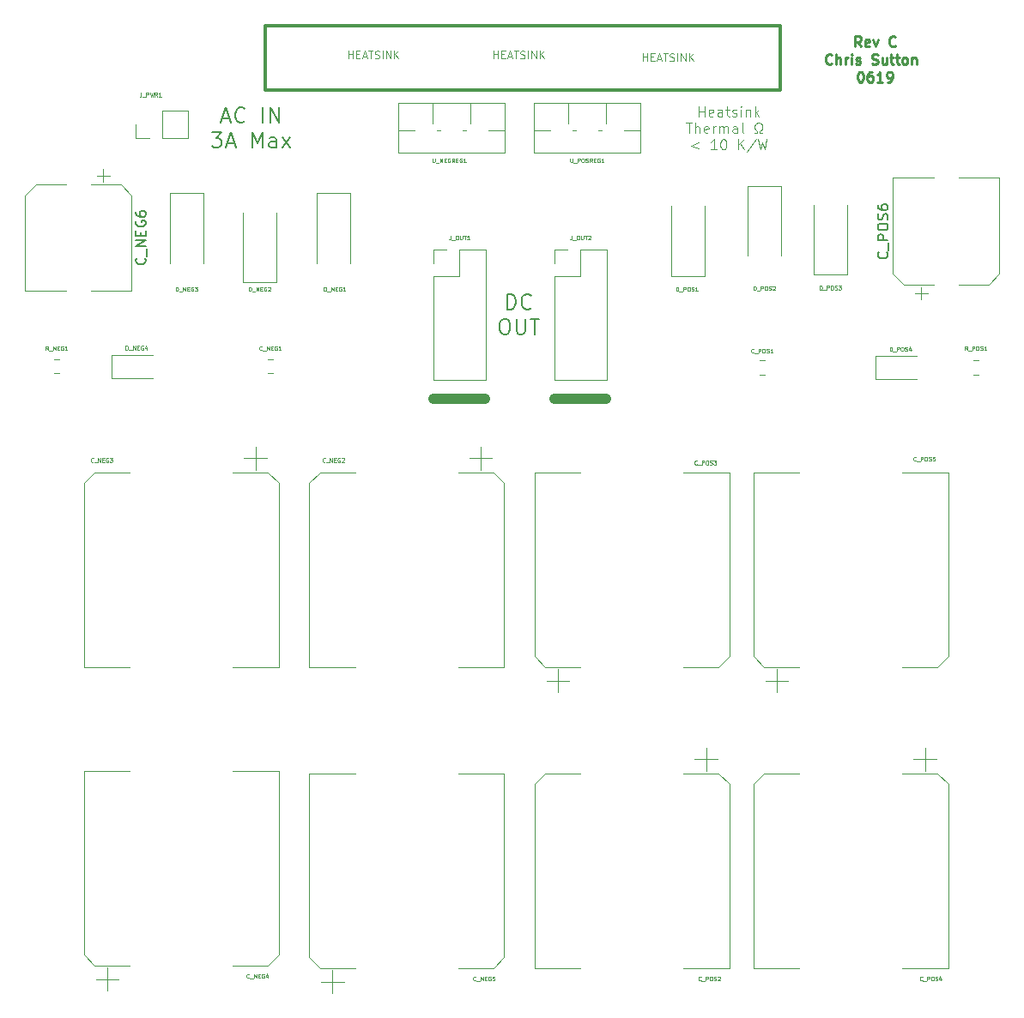
<source format=gbr>
G04 #@! TF.GenerationSoftware,KiCad,Pcbnew,(5.0.0-3-g5ebb6b6)*
G04 #@! TF.CreationDate,2019-02-06T10:52:08+00:00*
G04 #@! TF.ProjectId,AdjustablePSU,41646A75737461626C655053552E6B69,rev?*
G04 #@! TF.SameCoordinates,Original*
G04 #@! TF.FileFunction,Legend,Top*
G04 #@! TF.FilePolarity,Positive*
%FSLAX46Y46*%
G04 Gerber Fmt 4.6, Leading zero omitted, Abs format (unit mm)*
G04 Created by KiCad (PCBNEW (5.0.0-3-g5ebb6b6)) date Wednesday, 06 February 2019 at 10:52:08*
%MOMM*%
%LPD*%
G01*
G04 APERTURE LIST*
%ADD10C,0.250000*%
%ADD11C,0.125000*%
%ADD12C,0.100000*%
%ADD13C,0.200000*%
%ADD14C,0.300000*%
%ADD15C,1.000000*%
%ADD16C,0.120000*%
%ADD17C,0.075000*%
%ADD18C,0.150000*%
G04 APERTURE END LIST*
D10*
X182616647Y-58595580D02*
X182283314Y-58119390D01*
X182045219Y-58595580D02*
X182045219Y-57595580D01*
X182426171Y-57595580D01*
X182521409Y-57643200D01*
X182569028Y-57690819D01*
X182616647Y-57786057D01*
X182616647Y-57928914D01*
X182569028Y-58024152D01*
X182521409Y-58071771D01*
X182426171Y-58119390D01*
X182045219Y-58119390D01*
X183426171Y-58547961D02*
X183330933Y-58595580D01*
X183140457Y-58595580D01*
X183045219Y-58547961D01*
X182997600Y-58452723D01*
X182997600Y-58071771D01*
X183045219Y-57976533D01*
X183140457Y-57928914D01*
X183330933Y-57928914D01*
X183426171Y-57976533D01*
X183473790Y-58071771D01*
X183473790Y-58167009D01*
X182997600Y-58262247D01*
X183807123Y-57928914D02*
X184045219Y-58595580D01*
X184283314Y-57928914D01*
X185997600Y-58500342D02*
X185949980Y-58547961D01*
X185807123Y-58595580D01*
X185711885Y-58595580D01*
X185569028Y-58547961D01*
X185473790Y-58452723D01*
X185426171Y-58357485D01*
X185378552Y-58167009D01*
X185378552Y-58024152D01*
X185426171Y-57833676D01*
X185473790Y-57738438D01*
X185569028Y-57643200D01*
X185711885Y-57595580D01*
X185807123Y-57595580D01*
X185949980Y-57643200D01*
X185997600Y-57690819D01*
X179735695Y-60250342D02*
X179688076Y-60297961D01*
X179545219Y-60345580D01*
X179449980Y-60345580D01*
X179307123Y-60297961D01*
X179211885Y-60202723D01*
X179164266Y-60107485D01*
X179116647Y-59917009D01*
X179116647Y-59774152D01*
X179164266Y-59583676D01*
X179211885Y-59488438D01*
X179307123Y-59393200D01*
X179449980Y-59345580D01*
X179545219Y-59345580D01*
X179688076Y-59393200D01*
X179735695Y-59440819D01*
X180164266Y-60345580D02*
X180164266Y-59345580D01*
X180592838Y-60345580D02*
X180592838Y-59821771D01*
X180545219Y-59726533D01*
X180449980Y-59678914D01*
X180307123Y-59678914D01*
X180211885Y-59726533D01*
X180164266Y-59774152D01*
X181069028Y-60345580D02*
X181069028Y-59678914D01*
X181069028Y-59869390D02*
X181116647Y-59774152D01*
X181164266Y-59726533D01*
X181259504Y-59678914D01*
X181354742Y-59678914D01*
X181688076Y-60345580D02*
X181688076Y-59678914D01*
X181688076Y-59345580D02*
X181640457Y-59393200D01*
X181688076Y-59440819D01*
X181735695Y-59393200D01*
X181688076Y-59345580D01*
X181688076Y-59440819D01*
X182116647Y-60297961D02*
X182211885Y-60345580D01*
X182402361Y-60345580D01*
X182497600Y-60297961D01*
X182545219Y-60202723D01*
X182545219Y-60155104D01*
X182497600Y-60059866D01*
X182402361Y-60012247D01*
X182259504Y-60012247D01*
X182164266Y-59964628D01*
X182116647Y-59869390D01*
X182116647Y-59821771D01*
X182164266Y-59726533D01*
X182259504Y-59678914D01*
X182402361Y-59678914D01*
X182497600Y-59726533D01*
X183688076Y-60297961D02*
X183830933Y-60345580D01*
X184069028Y-60345580D01*
X184164266Y-60297961D01*
X184211885Y-60250342D01*
X184259504Y-60155104D01*
X184259504Y-60059866D01*
X184211885Y-59964628D01*
X184164266Y-59917009D01*
X184069028Y-59869390D01*
X183878552Y-59821771D01*
X183783314Y-59774152D01*
X183735695Y-59726533D01*
X183688076Y-59631295D01*
X183688076Y-59536057D01*
X183735695Y-59440819D01*
X183783314Y-59393200D01*
X183878552Y-59345580D01*
X184116647Y-59345580D01*
X184259504Y-59393200D01*
X185116647Y-59678914D02*
X185116647Y-60345580D01*
X184688076Y-59678914D02*
X184688076Y-60202723D01*
X184735695Y-60297961D01*
X184830933Y-60345580D01*
X184973790Y-60345580D01*
X185069028Y-60297961D01*
X185116647Y-60250342D01*
X185449980Y-59678914D02*
X185830933Y-59678914D01*
X185592838Y-59345580D02*
X185592838Y-60202723D01*
X185640457Y-60297961D01*
X185735695Y-60345580D01*
X185830933Y-60345580D01*
X186021409Y-59678914D02*
X186402361Y-59678914D01*
X186164266Y-59345580D02*
X186164266Y-60202723D01*
X186211885Y-60297961D01*
X186307123Y-60345580D01*
X186402361Y-60345580D01*
X186878552Y-60345580D02*
X186783314Y-60297961D01*
X186735695Y-60250342D01*
X186688076Y-60155104D01*
X186688076Y-59869390D01*
X186735695Y-59774152D01*
X186783314Y-59726533D01*
X186878552Y-59678914D01*
X187021409Y-59678914D01*
X187116647Y-59726533D01*
X187164266Y-59774152D01*
X187211885Y-59869390D01*
X187211885Y-60155104D01*
X187164266Y-60250342D01*
X187116647Y-60297961D01*
X187021409Y-60345580D01*
X186878552Y-60345580D01*
X187640457Y-59678914D02*
X187640457Y-60345580D01*
X187640457Y-59774152D02*
X187688076Y-59726533D01*
X187783314Y-59678914D01*
X187926171Y-59678914D01*
X188021409Y-59726533D01*
X188069028Y-59821771D01*
X188069028Y-60345580D01*
X182521409Y-61095580D02*
X182616647Y-61095580D01*
X182711885Y-61143200D01*
X182759504Y-61190819D01*
X182807123Y-61286057D01*
X182854742Y-61476533D01*
X182854742Y-61714628D01*
X182807123Y-61905104D01*
X182759504Y-62000342D01*
X182711885Y-62047961D01*
X182616647Y-62095580D01*
X182521409Y-62095580D01*
X182426171Y-62047961D01*
X182378552Y-62000342D01*
X182330933Y-61905104D01*
X182283314Y-61714628D01*
X182283314Y-61476533D01*
X182330933Y-61286057D01*
X182378552Y-61190819D01*
X182426171Y-61143200D01*
X182521409Y-61095580D01*
X183711885Y-61095580D02*
X183521409Y-61095580D01*
X183426171Y-61143200D01*
X183378552Y-61190819D01*
X183283314Y-61333676D01*
X183235695Y-61524152D01*
X183235695Y-61905104D01*
X183283314Y-62000342D01*
X183330933Y-62047961D01*
X183426171Y-62095580D01*
X183616647Y-62095580D01*
X183711885Y-62047961D01*
X183759504Y-62000342D01*
X183807123Y-61905104D01*
X183807123Y-61667009D01*
X183759504Y-61571771D01*
X183711885Y-61524152D01*
X183616647Y-61476533D01*
X183426171Y-61476533D01*
X183330933Y-61524152D01*
X183283314Y-61571771D01*
X183235695Y-61667009D01*
X184759504Y-62095580D02*
X184188076Y-62095580D01*
X184473790Y-62095580D02*
X184473790Y-61095580D01*
X184378552Y-61238438D01*
X184283314Y-61333676D01*
X184188076Y-61381295D01*
X185235695Y-62095580D02*
X185426171Y-62095580D01*
X185521409Y-62047961D01*
X185569028Y-62000342D01*
X185664266Y-61857485D01*
X185711885Y-61667009D01*
X185711885Y-61286057D01*
X185664266Y-61190819D01*
X185616647Y-61143200D01*
X185521409Y-61095580D01*
X185330933Y-61095580D01*
X185235695Y-61143200D01*
X185188076Y-61190819D01*
X185140457Y-61286057D01*
X185140457Y-61524152D01*
X185188076Y-61619390D01*
X185235695Y-61667009D01*
X185330933Y-61714628D01*
X185521409Y-61714628D01*
X185616647Y-61667009D01*
X185664266Y-61619390D01*
X185711885Y-61524152D01*
D11*
X166592619Y-65502380D02*
X166592619Y-64502380D01*
X166592619Y-64978571D02*
X167164047Y-64978571D01*
X167164047Y-65502380D02*
X167164047Y-64502380D01*
X168021190Y-65454761D02*
X167925952Y-65502380D01*
X167735476Y-65502380D01*
X167640238Y-65454761D01*
X167592619Y-65359523D01*
X167592619Y-64978571D01*
X167640238Y-64883333D01*
X167735476Y-64835714D01*
X167925952Y-64835714D01*
X168021190Y-64883333D01*
X168068809Y-64978571D01*
X168068809Y-65073809D01*
X167592619Y-65169047D01*
X168925952Y-65502380D02*
X168925952Y-64978571D01*
X168878333Y-64883333D01*
X168783095Y-64835714D01*
X168592619Y-64835714D01*
X168497380Y-64883333D01*
X168925952Y-65454761D02*
X168830714Y-65502380D01*
X168592619Y-65502380D01*
X168497380Y-65454761D01*
X168449761Y-65359523D01*
X168449761Y-65264285D01*
X168497380Y-65169047D01*
X168592619Y-65121428D01*
X168830714Y-65121428D01*
X168925952Y-65073809D01*
X169259285Y-64835714D02*
X169640238Y-64835714D01*
X169402142Y-64502380D02*
X169402142Y-65359523D01*
X169449761Y-65454761D01*
X169545000Y-65502380D01*
X169640238Y-65502380D01*
X169925952Y-65454761D02*
X170021190Y-65502380D01*
X170211666Y-65502380D01*
X170306904Y-65454761D01*
X170354523Y-65359523D01*
X170354523Y-65311904D01*
X170306904Y-65216666D01*
X170211666Y-65169047D01*
X170068809Y-65169047D01*
X169973571Y-65121428D01*
X169925952Y-65026190D01*
X169925952Y-64978571D01*
X169973571Y-64883333D01*
X170068809Y-64835714D01*
X170211666Y-64835714D01*
X170306904Y-64883333D01*
X170783095Y-65502380D02*
X170783095Y-64835714D01*
X170783095Y-64502380D02*
X170735476Y-64550000D01*
X170783095Y-64597619D01*
X170830714Y-64550000D01*
X170783095Y-64502380D01*
X170783095Y-64597619D01*
X171259285Y-64835714D02*
X171259285Y-65502380D01*
X171259285Y-64930952D02*
X171306904Y-64883333D01*
X171402142Y-64835714D01*
X171545000Y-64835714D01*
X171640238Y-64883333D01*
X171687857Y-64978571D01*
X171687857Y-65502380D01*
X172164047Y-65502380D02*
X172164047Y-64502380D01*
X172259285Y-65121428D02*
X172545000Y-65502380D01*
X172545000Y-64835714D02*
X172164047Y-65216666D01*
X165354523Y-66127380D02*
X165925952Y-66127380D01*
X165640238Y-67127380D02*
X165640238Y-66127380D01*
X166259285Y-67127380D02*
X166259285Y-66127380D01*
X166687857Y-67127380D02*
X166687857Y-66603571D01*
X166640238Y-66508333D01*
X166545000Y-66460714D01*
X166402142Y-66460714D01*
X166306904Y-66508333D01*
X166259285Y-66555952D01*
X167545000Y-67079761D02*
X167449761Y-67127380D01*
X167259285Y-67127380D01*
X167164047Y-67079761D01*
X167116428Y-66984523D01*
X167116428Y-66603571D01*
X167164047Y-66508333D01*
X167259285Y-66460714D01*
X167449761Y-66460714D01*
X167545000Y-66508333D01*
X167592619Y-66603571D01*
X167592619Y-66698809D01*
X167116428Y-66794047D01*
X168021190Y-67127380D02*
X168021190Y-66460714D01*
X168021190Y-66651190D02*
X168068809Y-66555952D01*
X168116428Y-66508333D01*
X168211666Y-66460714D01*
X168306904Y-66460714D01*
X168640238Y-67127380D02*
X168640238Y-66460714D01*
X168640238Y-66555952D02*
X168687857Y-66508333D01*
X168783095Y-66460714D01*
X168925952Y-66460714D01*
X169021190Y-66508333D01*
X169068809Y-66603571D01*
X169068809Y-67127380D01*
X169068809Y-66603571D02*
X169116428Y-66508333D01*
X169211666Y-66460714D01*
X169354523Y-66460714D01*
X169449761Y-66508333D01*
X169497380Y-66603571D01*
X169497380Y-67127380D01*
X170402142Y-67127380D02*
X170402142Y-66603571D01*
X170354523Y-66508333D01*
X170259285Y-66460714D01*
X170068809Y-66460714D01*
X169973571Y-66508333D01*
X170402142Y-67079761D02*
X170306904Y-67127380D01*
X170068809Y-67127380D01*
X169973571Y-67079761D01*
X169925952Y-66984523D01*
X169925952Y-66889285D01*
X169973571Y-66794047D01*
X170068809Y-66746428D01*
X170306904Y-66746428D01*
X170402142Y-66698809D01*
X171021190Y-67127380D02*
X170925952Y-67079761D01*
X170878333Y-66984523D01*
X170878333Y-66127380D01*
X172116428Y-67127380D02*
X172354523Y-67127380D01*
X172354523Y-66936904D01*
X172259285Y-66889285D01*
X172164047Y-66794047D01*
X172116428Y-66651190D01*
X172116428Y-66413095D01*
X172164047Y-66270238D01*
X172259285Y-66175000D01*
X172402142Y-66127380D01*
X172592619Y-66127380D01*
X172735476Y-66175000D01*
X172830714Y-66270238D01*
X172878333Y-66413095D01*
X172878333Y-66651190D01*
X172830714Y-66794047D01*
X172735476Y-66889285D01*
X172640238Y-66936904D01*
X172640238Y-67127380D01*
X172878333Y-67127380D01*
X166616428Y-68085714D02*
X165854523Y-68371428D01*
X166616428Y-68657142D01*
X168378333Y-68752380D02*
X167806904Y-68752380D01*
X168092619Y-68752380D02*
X168092619Y-67752380D01*
X167997380Y-67895238D01*
X167902142Y-67990476D01*
X167806904Y-68038095D01*
X168997380Y-67752380D02*
X169092619Y-67752380D01*
X169187857Y-67800000D01*
X169235476Y-67847619D01*
X169283095Y-67942857D01*
X169330714Y-68133333D01*
X169330714Y-68371428D01*
X169283095Y-68561904D01*
X169235476Y-68657142D01*
X169187857Y-68704761D01*
X169092619Y-68752380D01*
X168997380Y-68752380D01*
X168902142Y-68704761D01*
X168854523Y-68657142D01*
X168806904Y-68561904D01*
X168759285Y-68371428D01*
X168759285Y-68133333D01*
X168806904Y-67942857D01*
X168854523Y-67847619D01*
X168902142Y-67800000D01*
X168997380Y-67752380D01*
X170521190Y-68752380D02*
X170521190Y-67752380D01*
X171092619Y-68752380D02*
X170664047Y-68180952D01*
X171092619Y-67752380D02*
X170521190Y-68323809D01*
X172235476Y-67704761D02*
X171378333Y-68990476D01*
X172473571Y-67752380D02*
X172711666Y-68752380D01*
X172902142Y-68038095D01*
X173092619Y-68752380D01*
X173330714Y-67752380D01*
D12*
X161111714Y-60029285D02*
X161111714Y-59279285D01*
X161111714Y-59636428D02*
X161540285Y-59636428D01*
X161540285Y-60029285D02*
X161540285Y-59279285D01*
X161897428Y-59636428D02*
X162147428Y-59636428D01*
X162254571Y-60029285D02*
X161897428Y-60029285D01*
X161897428Y-59279285D01*
X162254571Y-59279285D01*
X162540285Y-59815000D02*
X162897428Y-59815000D01*
X162468857Y-60029285D02*
X162718857Y-59279285D01*
X162968857Y-60029285D01*
X163111714Y-59279285D02*
X163540285Y-59279285D01*
X163326000Y-60029285D02*
X163326000Y-59279285D01*
X163754571Y-59993571D02*
X163861714Y-60029285D01*
X164040285Y-60029285D01*
X164111714Y-59993571D01*
X164147428Y-59957857D01*
X164183142Y-59886428D01*
X164183142Y-59815000D01*
X164147428Y-59743571D01*
X164111714Y-59707857D01*
X164040285Y-59672142D01*
X163897428Y-59636428D01*
X163826000Y-59600714D01*
X163790285Y-59565000D01*
X163754571Y-59493571D01*
X163754571Y-59422142D01*
X163790285Y-59350714D01*
X163826000Y-59315000D01*
X163897428Y-59279285D01*
X164076000Y-59279285D01*
X164183142Y-59315000D01*
X164504571Y-60029285D02*
X164504571Y-59279285D01*
X164861714Y-60029285D02*
X164861714Y-59279285D01*
X165290285Y-60029285D01*
X165290285Y-59279285D01*
X165647428Y-60029285D02*
X165647428Y-59279285D01*
X166076000Y-60029285D02*
X165754571Y-59600714D01*
X166076000Y-59279285D02*
X165647428Y-59707857D01*
D13*
X119606571Y-65700000D02*
X120320857Y-65700000D01*
X119463714Y-66128571D02*
X119963714Y-64628571D01*
X120463714Y-66128571D01*
X121820857Y-65985714D02*
X121749428Y-66057142D01*
X121535142Y-66128571D01*
X121392285Y-66128571D01*
X121178000Y-66057142D01*
X121035142Y-65914285D01*
X120963714Y-65771428D01*
X120892285Y-65485714D01*
X120892285Y-65271428D01*
X120963714Y-64985714D01*
X121035142Y-64842857D01*
X121178000Y-64700000D01*
X121392285Y-64628571D01*
X121535142Y-64628571D01*
X121749428Y-64700000D01*
X121820857Y-64771428D01*
X123606571Y-66128571D02*
X123606571Y-64628571D01*
X124320857Y-66128571D02*
X124320857Y-64628571D01*
X125178000Y-66128571D01*
X125178000Y-64628571D01*
X118570857Y-67078571D02*
X119499428Y-67078571D01*
X118999428Y-67650000D01*
X119213714Y-67650000D01*
X119356571Y-67721428D01*
X119428000Y-67792857D01*
X119499428Y-67935714D01*
X119499428Y-68292857D01*
X119428000Y-68435714D01*
X119356571Y-68507142D01*
X119213714Y-68578571D01*
X118785142Y-68578571D01*
X118642285Y-68507142D01*
X118570857Y-68435714D01*
X120070857Y-68150000D02*
X120785142Y-68150000D01*
X119928000Y-68578571D02*
X120428000Y-67078571D01*
X120928000Y-68578571D01*
X122570857Y-68578571D02*
X122570857Y-67078571D01*
X123070857Y-68150000D01*
X123570857Y-67078571D01*
X123570857Y-68578571D01*
X124928000Y-68578571D02*
X124928000Y-67792857D01*
X124856571Y-67650000D01*
X124713714Y-67578571D01*
X124428000Y-67578571D01*
X124285142Y-67650000D01*
X124928000Y-68507142D02*
X124785142Y-68578571D01*
X124428000Y-68578571D01*
X124285142Y-68507142D01*
X124213714Y-68364285D01*
X124213714Y-68221428D01*
X124285142Y-68078571D01*
X124428000Y-68007142D01*
X124785142Y-68007142D01*
X124928000Y-67935714D01*
X125499428Y-68578571D02*
X126285142Y-67578571D01*
X125499428Y-67578571D02*
X126285142Y-68578571D01*
D14*
X174625000Y-56515000D02*
X174625000Y-62865000D01*
X123825000Y-56515000D02*
X123825000Y-62865000D01*
X174625000Y-56515000D02*
X123825000Y-56515000D01*
X174625000Y-62865000D02*
X123825000Y-62865000D01*
D13*
X147701142Y-84543571D02*
X147701142Y-83043571D01*
X148058285Y-83043571D01*
X148272571Y-83115000D01*
X148415428Y-83257857D01*
X148486857Y-83400714D01*
X148558285Y-83686428D01*
X148558285Y-83900714D01*
X148486857Y-84186428D01*
X148415428Y-84329285D01*
X148272571Y-84472142D01*
X148058285Y-84543571D01*
X147701142Y-84543571D01*
X150058285Y-84400714D02*
X149986857Y-84472142D01*
X149772571Y-84543571D01*
X149629714Y-84543571D01*
X149415428Y-84472142D01*
X149272571Y-84329285D01*
X149201142Y-84186428D01*
X149129714Y-83900714D01*
X149129714Y-83686428D01*
X149201142Y-83400714D01*
X149272571Y-83257857D01*
X149415428Y-83115000D01*
X149629714Y-83043571D01*
X149772571Y-83043571D01*
X149986857Y-83115000D01*
X150058285Y-83186428D01*
X147344000Y-85493571D02*
X147629714Y-85493571D01*
X147772571Y-85565000D01*
X147915428Y-85707857D01*
X147986857Y-85993571D01*
X147986857Y-86493571D01*
X147915428Y-86779285D01*
X147772571Y-86922142D01*
X147629714Y-86993571D01*
X147344000Y-86993571D01*
X147201142Y-86922142D01*
X147058285Y-86779285D01*
X146986857Y-86493571D01*
X146986857Y-85993571D01*
X147058285Y-85707857D01*
X147201142Y-85565000D01*
X147344000Y-85493571D01*
X148629714Y-85493571D02*
X148629714Y-86707857D01*
X148701142Y-86850714D01*
X148772571Y-86922142D01*
X148915428Y-86993571D01*
X149201142Y-86993571D01*
X149344000Y-86922142D01*
X149415428Y-86850714D01*
X149486857Y-86707857D01*
X149486857Y-85493571D01*
X149986857Y-85493571D02*
X150844000Y-85493571D01*
X150415428Y-86993571D02*
X150415428Y-85493571D01*
D15*
X152400000Y-93345000D02*
X157480000Y-93345000D01*
X140462000Y-93345000D02*
X145542000Y-93345000D01*
D12*
X146379714Y-59775285D02*
X146379714Y-59025285D01*
X146379714Y-59382428D02*
X146808285Y-59382428D01*
X146808285Y-59775285D02*
X146808285Y-59025285D01*
X147165428Y-59382428D02*
X147415428Y-59382428D01*
X147522571Y-59775285D02*
X147165428Y-59775285D01*
X147165428Y-59025285D01*
X147522571Y-59025285D01*
X147808285Y-59561000D02*
X148165428Y-59561000D01*
X147736857Y-59775285D02*
X147986857Y-59025285D01*
X148236857Y-59775285D01*
X148379714Y-59025285D02*
X148808285Y-59025285D01*
X148594000Y-59775285D02*
X148594000Y-59025285D01*
X149022571Y-59739571D02*
X149129714Y-59775285D01*
X149308285Y-59775285D01*
X149379714Y-59739571D01*
X149415428Y-59703857D01*
X149451142Y-59632428D01*
X149451142Y-59561000D01*
X149415428Y-59489571D01*
X149379714Y-59453857D01*
X149308285Y-59418142D01*
X149165428Y-59382428D01*
X149094000Y-59346714D01*
X149058285Y-59311000D01*
X149022571Y-59239571D01*
X149022571Y-59168142D01*
X149058285Y-59096714D01*
X149094000Y-59061000D01*
X149165428Y-59025285D01*
X149344000Y-59025285D01*
X149451142Y-59061000D01*
X149772571Y-59775285D02*
X149772571Y-59025285D01*
X150129714Y-59775285D02*
X150129714Y-59025285D01*
X150558285Y-59775285D01*
X150558285Y-59025285D01*
X150915428Y-59775285D02*
X150915428Y-59025285D01*
X151344000Y-59775285D02*
X151022571Y-59346714D01*
X151344000Y-59025285D02*
X150915428Y-59453857D01*
X132028714Y-59775285D02*
X132028714Y-59025285D01*
X132028714Y-59382428D02*
X132457285Y-59382428D01*
X132457285Y-59775285D02*
X132457285Y-59025285D01*
X132814428Y-59382428D02*
X133064428Y-59382428D01*
X133171571Y-59775285D02*
X132814428Y-59775285D01*
X132814428Y-59025285D01*
X133171571Y-59025285D01*
X133457285Y-59561000D02*
X133814428Y-59561000D01*
X133385857Y-59775285D02*
X133635857Y-59025285D01*
X133885857Y-59775285D01*
X134028714Y-59025285D02*
X134457285Y-59025285D01*
X134243000Y-59775285D02*
X134243000Y-59025285D01*
X134671571Y-59739571D02*
X134778714Y-59775285D01*
X134957285Y-59775285D01*
X135028714Y-59739571D01*
X135064428Y-59703857D01*
X135100142Y-59632428D01*
X135100142Y-59561000D01*
X135064428Y-59489571D01*
X135028714Y-59453857D01*
X134957285Y-59418142D01*
X134814428Y-59382428D01*
X134743000Y-59346714D01*
X134707285Y-59311000D01*
X134671571Y-59239571D01*
X134671571Y-59168142D01*
X134707285Y-59096714D01*
X134743000Y-59061000D01*
X134814428Y-59025285D01*
X134993000Y-59025285D01*
X135100142Y-59061000D01*
X135421571Y-59775285D02*
X135421571Y-59025285D01*
X135778714Y-59775285D02*
X135778714Y-59025285D01*
X136207285Y-59775285D01*
X136207285Y-59025285D01*
X136564428Y-59775285D02*
X136564428Y-59025285D01*
X136993000Y-59775285D02*
X136671571Y-59346714D01*
X136993000Y-59025285D02*
X136564428Y-59453857D01*
D16*
G04 #@! TO.C,U_POSREG1*
X150325000Y-64142000D02*
X160825000Y-64142000D01*
X150325000Y-69083000D02*
X160825000Y-69083000D01*
X150325000Y-64142000D02*
X150325000Y-69083000D01*
X160825000Y-64142000D02*
X160825000Y-69083000D01*
X150325000Y-66902000D02*
X151932000Y-66902000D01*
X154138000Y-66902000D02*
X154473000Y-66902000D01*
X156678000Y-66902000D02*
X157013000Y-66902000D01*
X159218000Y-66902000D02*
X160825000Y-66902000D01*
X153725000Y-64142000D02*
X153725000Y-66160000D01*
X157426000Y-64142000D02*
X157426000Y-66160000D01*
G04 #@! TO.C,J_OUT1*
X140402000Y-91500000D02*
X145602000Y-91500000D01*
X140402000Y-81280000D02*
X140402000Y-91500000D01*
X145602000Y-78680000D02*
X145602000Y-91500000D01*
X140402000Y-81280000D02*
X143002000Y-81280000D01*
X143002000Y-81280000D02*
X143002000Y-78680000D01*
X143002000Y-78680000D02*
X145602000Y-78680000D01*
X140402000Y-80010000D02*
X140402000Y-78680000D01*
X140402000Y-78680000D02*
X141732000Y-78680000D01*
G04 #@! TO.C,U_NEGREG1*
X144091000Y-64142000D02*
X144091000Y-66160000D01*
X140390000Y-64142000D02*
X140390000Y-66160000D01*
X145883000Y-66902000D02*
X147490000Y-66902000D01*
X143343000Y-66902000D02*
X143678000Y-66902000D01*
X140803000Y-66902000D02*
X141138000Y-66902000D01*
X136990000Y-66902000D02*
X138597000Y-66902000D01*
X147490000Y-64142000D02*
X147490000Y-69083000D01*
X136990000Y-64142000D02*
X136990000Y-69083000D01*
X136990000Y-69083000D02*
X147490000Y-69083000D01*
X136990000Y-64142000D02*
X147490000Y-64142000D01*
G04 #@! TO.C,J_OUT2*
X152340000Y-91500000D02*
X157540000Y-91500000D01*
X152340000Y-81280000D02*
X152340000Y-91500000D01*
X157540000Y-78680000D02*
X157540000Y-91500000D01*
X152340000Y-81280000D02*
X154940000Y-81280000D01*
X154940000Y-81280000D02*
X154940000Y-78680000D01*
X154940000Y-78680000D02*
X157540000Y-78680000D01*
X152340000Y-80010000D02*
X152340000Y-78680000D01*
X152340000Y-78680000D02*
X153670000Y-78680000D01*
G04 #@! TO.C,J_PWR1*
X116265000Y-67624000D02*
X116265000Y-64964000D01*
X113665000Y-67624000D02*
X116265000Y-67624000D01*
X113665000Y-64964000D02*
X116265000Y-64964000D01*
X113665000Y-67624000D02*
X113665000Y-64964000D01*
X112395000Y-67624000D02*
X111065000Y-67624000D01*
X111065000Y-67624000D02*
X111065000Y-66294000D01*
G04 #@! TO.C,C_NEG1*
X124594252Y-90880000D02*
X124071748Y-90880000D01*
X124594252Y-89460000D02*
X124071748Y-89460000D01*
G04 #@! TO.C,C_NEG2*
X128185000Y-119846000D02*
X132735000Y-119846000D01*
X147405000Y-119846000D02*
X142855000Y-119846000D01*
X147405000Y-101690437D02*
X147405000Y-119846000D01*
X128185000Y-101690437D02*
X128185000Y-119846000D01*
X129249437Y-100626000D02*
X132735000Y-100626000D01*
X146340563Y-100626000D02*
X142855000Y-100626000D01*
X146340563Y-100626000D02*
X147405000Y-101690437D01*
X129249437Y-100626000D02*
X128185000Y-101690437D01*
X145105000Y-98136000D02*
X145105000Y-100386000D01*
X146230000Y-99261000D02*
X143980000Y-99261000D01*
G04 #@! TO.C,C_NEG3*
X124005000Y-99261000D02*
X121755000Y-99261000D01*
X122880000Y-98136000D02*
X122880000Y-100386000D01*
X107024437Y-100626000D02*
X105960000Y-101690437D01*
X124115563Y-100626000D02*
X125180000Y-101690437D01*
X124115563Y-100626000D02*
X120630000Y-100626000D01*
X107024437Y-100626000D02*
X110510000Y-100626000D01*
X105960000Y-101690437D02*
X105960000Y-119846000D01*
X125180000Y-101690437D02*
X125180000Y-119846000D01*
X125180000Y-119846000D02*
X120630000Y-119846000D01*
X105960000Y-119846000D02*
X110510000Y-119846000D01*
G04 #@! TO.C,C_NEG4*
X125180000Y-130090000D02*
X120630000Y-130090000D01*
X105960000Y-130090000D02*
X110510000Y-130090000D01*
X105960000Y-148245563D02*
X105960000Y-130090000D01*
X125180000Y-148245563D02*
X125180000Y-130090000D01*
X124115563Y-149310000D02*
X120630000Y-149310000D01*
X107024437Y-149310000D02*
X110510000Y-149310000D01*
X107024437Y-149310000D02*
X105960000Y-148245563D01*
X124115563Y-149310000D02*
X125180000Y-148245563D01*
X108260000Y-151800000D02*
X108260000Y-149550000D01*
X107135000Y-150675000D02*
X109385000Y-150675000D01*
G04 #@! TO.C,C_NEG5*
X129360000Y-150929000D02*
X131610000Y-150929000D01*
X130485000Y-152054000D02*
X130485000Y-149804000D01*
X146340563Y-149564000D02*
X147405000Y-148499563D01*
X129249437Y-149564000D02*
X128185000Y-148499563D01*
X129249437Y-149564000D02*
X132735000Y-149564000D01*
X146340563Y-149564000D02*
X142855000Y-149564000D01*
X147405000Y-148499563D02*
X147405000Y-130344000D01*
X128185000Y-148499563D02*
X128185000Y-130344000D01*
X128185000Y-130344000D02*
X132735000Y-130344000D01*
X147405000Y-130344000D02*
X142855000Y-130344000D01*
G04 #@! TO.C,C_POS1*
X172585748Y-91007000D02*
X173108252Y-91007000D01*
X172585748Y-89587000D02*
X173108252Y-89587000D01*
G04 #@! TO.C,C_POS2*
X168455000Y-128979000D02*
X166205000Y-128979000D01*
X167330000Y-127854000D02*
X167330000Y-130104000D01*
X151474437Y-130344000D02*
X150410000Y-131408437D01*
X168565563Y-130344000D02*
X169630000Y-131408437D01*
X168565563Y-130344000D02*
X165080000Y-130344000D01*
X151474437Y-130344000D02*
X154960000Y-130344000D01*
X150410000Y-131408437D02*
X150410000Y-149564000D01*
X169630000Y-131408437D02*
X169630000Y-149564000D01*
X169630000Y-149564000D02*
X165080000Y-149564000D01*
X150410000Y-149564000D02*
X154960000Y-149564000D01*
G04 #@! TO.C,C_POS3*
X169630000Y-100626000D02*
X165080000Y-100626000D01*
X150410000Y-100626000D02*
X154960000Y-100626000D01*
X150410000Y-118781563D02*
X150410000Y-100626000D01*
X169630000Y-118781563D02*
X169630000Y-100626000D01*
X168565563Y-119846000D02*
X165080000Y-119846000D01*
X151474437Y-119846000D02*
X154960000Y-119846000D01*
X151474437Y-119846000D02*
X150410000Y-118781563D01*
X168565563Y-119846000D02*
X169630000Y-118781563D01*
X152710000Y-122336000D02*
X152710000Y-120086000D01*
X151585000Y-121211000D02*
X153835000Y-121211000D01*
G04 #@! TO.C,C_POS4*
X190045000Y-128979000D02*
X187795000Y-128979000D01*
X188920000Y-127854000D02*
X188920000Y-130104000D01*
X173064437Y-130344000D02*
X172000000Y-131408437D01*
X190155563Y-130344000D02*
X191220000Y-131408437D01*
X190155563Y-130344000D02*
X186670000Y-130344000D01*
X173064437Y-130344000D02*
X176550000Y-130344000D01*
X172000000Y-131408437D02*
X172000000Y-149564000D01*
X191220000Y-131408437D02*
X191220000Y-149564000D01*
X191220000Y-149564000D02*
X186670000Y-149564000D01*
X172000000Y-149564000D02*
X176550000Y-149564000D01*
G04 #@! TO.C,C_POS5*
X191220000Y-100626000D02*
X186670000Y-100626000D01*
X172000000Y-100626000D02*
X176550000Y-100626000D01*
X172000000Y-118781563D02*
X172000000Y-100626000D01*
X191220000Y-118781563D02*
X191220000Y-100626000D01*
X190155563Y-119846000D02*
X186670000Y-119846000D01*
X173064437Y-119846000D02*
X176550000Y-119846000D01*
X173064437Y-119846000D02*
X172000000Y-118781563D01*
X190155563Y-119846000D02*
X191220000Y-118781563D01*
X174300000Y-122336000D02*
X174300000Y-120086000D01*
X173175000Y-121211000D02*
X175425000Y-121211000D01*
G04 #@! TO.C,D_NEG4*
X112725000Y-89035000D02*
X108665000Y-89035000D01*
X108665000Y-89035000D02*
X108665000Y-91305000D01*
X108665000Y-91305000D02*
X112725000Y-91305000D01*
G04 #@! TO.C,D_POS4*
X184039500Y-91432000D02*
X188099500Y-91432000D01*
X184039500Y-89162000D02*
X184039500Y-91432000D01*
X188099500Y-89162000D02*
X184039500Y-89162000D01*
G04 #@! TO.C,R_NEG1*
X102989748Y-89460000D02*
X103512252Y-89460000D01*
X102989748Y-90880000D02*
X103512252Y-90880000D01*
G04 #@! TO.C,R_POS1*
X194190252Y-89587000D02*
X193667748Y-89587000D01*
X194190252Y-91007000D02*
X193667748Y-91007000D01*
G04 #@! TO.C,D_NEG1*
X132206000Y-73070000D02*
X132206000Y-79970000D01*
X128906000Y-73070000D02*
X128906000Y-79970000D01*
X132206000Y-73070000D02*
X128906000Y-73070000D01*
G04 #@! TO.C,D_NEG2*
X121641600Y-81870000D02*
X124941600Y-81870000D01*
X124941600Y-81870000D02*
X124941600Y-74970000D01*
X121641600Y-81870000D02*
X121641600Y-74970000D01*
G04 #@! TO.C,D_NEG3*
X117728000Y-73070000D02*
X114428000Y-73070000D01*
X114428000Y-73070000D02*
X114428000Y-79970000D01*
X117728000Y-73070000D02*
X117728000Y-79970000D01*
G04 #@! TO.C,D_POS1*
X163907200Y-81235000D02*
X167207200Y-81235000D01*
X167207200Y-81235000D02*
X167207200Y-74335000D01*
X163907200Y-81235000D02*
X163907200Y-74335000D01*
G04 #@! TO.C,D_POS2*
X174725600Y-72358800D02*
X174725600Y-79258800D01*
X171425600Y-72358800D02*
X171425600Y-79258800D01*
X174725600Y-72358800D02*
X171425600Y-72358800D01*
G04 #@! TO.C,D_POS3*
X177928000Y-81108000D02*
X177928000Y-74208000D01*
X181228000Y-81108000D02*
X181228000Y-74208000D01*
X177928000Y-81108000D02*
X181228000Y-81108000D01*
G04 #@! TO.C,C_NEG6*
X108495000Y-71345000D02*
X107245000Y-71345000D01*
X107870000Y-70720000D02*
X107870000Y-71970000D01*
X101214437Y-72210000D02*
X100150000Y-73274437D01*
X109605563Y-72210000D02*
X110670000Y-73274437D01*
X109605563Y-72210000D02*
X106620000Y-72210000D01*
X101214437Y-72210000D02*
X104200000Y-72210000D01*
X100150000Y-73274437D02*
X100150000Y-82730000D01*
X110670000Y-73274437D02*
X110670000Y-82730000D01*
X110670000Y-82730000D02*
X106620000Y-82730000D01*
X100150000Y-82730000D02*
X104200000Y-82730000D01*
G04 #@! TO.C,C_POS6*
X196268000Y-71575000D02*
X192218000Y-71575000D01*
X185748000Y-71575000D02*
X189798000Y-71575000D01*
X185748000Y-81030563D02*
X185748000Y-71575000D01*
X196268000Y-81030563D02*
X196268000Y-71575000D01*
X195203563Y-82095000D02*
X192218000Y-82095000D01*
X186812437Y-82095000D02*
X189798000Y-82095000D01*
X186812437Y-82095000D02*
X185748000Y-81030563D01*
X195203563Y-82095000D02*
X196268000Y-81030563D01*
X188548000Y-83585000D02*
X188548000Y-82335000D01*
X187923000Y-82960000D02*
X189173000Y-82960000D01*
G04 #@! TO.C,U_POSREG1*
D17*
X153936904Y-69630952D02*
X153936904Y-69954761D01*
X153955952Y-69992857D01*
X153975000Y-70011904D01*
X154013095Y-70030952D01*
X154089285Y-70030952D01*
X154127380Y-70011904D01*
X154146428Y-69992857D01*
X154165476Y-69954761D01*
X154165476Y-69630952D01*
X154260714Y-70069047D02*
X154565476Y-70069047D01*
X154660714Y-70030952D02*
X154660714Y-69630952D01*
X154813095Y-69630952D01*
X154851190Y-69650000D01*
X154870238Y-69669047D01*
X154889285Y-69707142D01*
X154889285Y-69764285D01*
X154870238Y-69802380D01*
X154851190Y-69821428D01*
X154813095Y-69840476D01*
X154660714Y-69840476D01*
X155136904Y-69630952D02*
X155213095Y-69630952D01*
X155251190Y-69650000D01*
X155289285Y-69688095D01*
X155308333Y-69764285D01*
X155308333Y-69897619D01*
X155289285Y-69973809D01*
X155251190Y-70011904D01*
X155213095Y-70030952D01*
X155136904Y-70030952D01*
X155098809Y-70011904D01*
X155060714Y-69973809D01*
X155041666Y-69897619D01*
X155041666Y-69764285D01*
X155060714Y-69688095D01*
X155098809Y-69650000D01*
X155136904Y-69630952D01*
X155460714Y-70011904D02*
X155517857Y-70030952D01*
X155613095Y-70030952D01*
X155651190Y-70011904D01*
X155670238Y-69992857D01*
X155689285Y-69954761D01*
X155689285Y-69916666D01*
X155670238Y-69878571D01*
X155651190Y-69859523D01*
X155613095Y-69840476D01*
X155536904Y-69821428D01*
X155498809Y-69802380D01*
X155479761Y-69783333D01*
X155460714Y-69745238D01*
X155460714Y-69707142D01*
X155479761Y-69669047D01*
X155498809Y-69650000D01*
X155536904Y-69630952D01*
X155632142Y-69630952D01*
X155689285Y-69650000D01*
X156089285Y-70030952D02*
X155955952Y-69840476D01*
X155860714Y-70030952D02*
X155860714Y-69630952D01*
X156013095Y-69630952D01*
X156051190Y-69650000D01*
X156070238Y-69669047D01*
X156089285Y-69707142D01*
X156089285Y-69764285D01*
X156070238Y-69802380D01*
X156051190Y-69821428D01*
X156013095Y-69840476D01*
X155860714Y-69840476D01*
X156260714Y-69821428D02*
X156394047Y-69821428D01*
X156451190Y-70030952D02*
X156260714Y-70030952D01*
X156260714Y-69630952D01*
X156451190Y-69630952D01*
X156832142Y-69650000D02*
X156794047Y-69630952D01*
X156736904Y-69630952D01*
X156679761Y-69650000D01*
X156641666Y-69688095D01*
X156622619Y-69726190D01*
X156603571Y-69802380D01*
X156603571Y-69859523D01*
X156622619Y-69935714D01*
X156641666Y-69973809D01*
X156679761Y-70011904D01*
X156736904Y-70030952D01*
X156775000Y-70030952D01*
X156832142Y-70011904D01*
X156851190Y-69992857D01*
X156851190Y-69859523D01*
X156775000Y-69859523D01*
X157232142Y-70030952D02*
X157003571Y-70030952D01*
X157117857Y-70030952D02*
X157117857Y-69630952D01*
X157079761Y-69688095D01*
X157041666Y-69726190D01*
X157003571Y-69745238D01*
G04 #@! TO.C,J_OUT1*
X142144857Y-77250952D02*
X142144857Y-77536666D01*
X142125809Y-77593809D01*
X142087714Y-77631904D01*
X142030571Y-77650952D01*
X141992476Y-77650952D01*
X142240095Y-77689047D02*
X142544857Y-77689047D01*
X142716285Y-77250952D02*
X142792476Y-77250952D01*
X142830571Y-77270000D01*
X142868666Y-77308095D01*
X142887714Y-77384285D01*
X142887714Y-77517619D01*
X142868666Y-77593809D01*
X142830571Y-77631904D01*
X142792476Y-77650952D01*
X142716285Y-77650952D01*
X142678190Y-77631904D01*
X142640095Y-77593809D01*
X142621047Y-77517619D01*
X142621047Y-77384285D01*
X142640095Y-77308095D01*
X142678190Y-77270000D01*
X142716285Y-77250952D01*
X143059142Y-77250952D02*
X143059142Y-77574761D01*
X143078190Y-77612857D01*
X143097238Y-77631904D01*
X143135333Y-77650952D01*
X143211523Y-77650952D01*
X143249619Y-77631904D01*
X143268666Y-77612857D01*
X143287714Y-77574761D01*
X143287714Y-77250952D01*
X143421047Y-77250952D02*
X143649619Y-77250952D01*
X143535333Y-77650952D02*
X143535333Y-77250952D01*
X143992476Y-77650952D02*
X143763904Y-77650952D01*
X143878190Y-77650952D02*
X143878190Y-77250952D01*
X143840095Y-77308095D01*
X143802000Y-77346190D01*
X143763904Y-77365238D01*
G04 #@! TO.C,U_NEGREG1*
X140357428Y-69630952D02*
X140357428Y-69954761D01*
X140376476Y-69992857D01*
X140395523Y-70011904D01*
X140433619Y-70030952D01*
X140509809Y-70030952D01*
X140547904Y-70011904D01*
X140566952Y-69992857D01*
X140586000Y-69954761D01*
X140586000Y-69630952D01*
X140681238Y-70069047D02*
X140986000Y-70069047D01*
X141081238Y-70030952D02*
X141081238Y-69630952D01*
X141309809Y-70030952D01*
X141309809Y-69630952D01*
X141500285Y-69821428D02*
X141633619Y-69821428D01*
X141690761Y-70030952D02*
X141500285Y-70030952D01*
X141500285Y-69630952D01*
X141690761Y-69630952D01*
X142071714Y-69650000D02*
X142033619Y-69630952D01*
X141976476Y-69630952D01*
X141919333Y-69650000D01*
X141881238Y-69688095D01*
X141862190Y-69726190D01*
X141843142Y-69802380D01*
X141843142Y-69859523D01*
X141862190Y-69935714D01*
X141881238Y-69973809D01*
X141919333Y-70011904D01*
X141976476Y-70030952D01*
X142014571Y-70030952D01*
X142071714Y-70011904D01*
X142090761Y-69992857D01*
X142090761Y-69859523D01*
X142014571Y-69859523D01*
X142490761Y-70030952D02*
X142357428Y-69840476D01*
X142262190Y-70030952D02*
X142262190Y-69630952D01*
X142414571Y-69630952D01*
X142452666Y-69650000D01*
X142471714Y-69669047D01*
X142490761Y-69707142D01*
X142490761Y-69764285D01*
X142471714Y-69802380D01*
X142452666Y-69821428D01*
X142414571Y-69840476D01*
X142262190Y-69840476D01*
X142662190Y-69821428D02*
X142795523Y-69821428D01*
X142852666Y-70030952D02*
X142662190Y-70030952D01*
X142662190Y-69630952D01*
X142852666Y-69630952D01*
X143233619Y-69650000D02*
X143195523Y-69630952D01*
X143138380Y-69630952D01*
X143081238Y-69650000D01*
X143043142Y-69688095D01*
X143024095Y-69726190D01*
X143005047Y-69802380D01*
X143005047Y-69859523D01*
X143024095Y-69935714D01*
X143043142Y-69973809D01*
X143081238Y-70011904D01*
X143138380Y-70030952D01*
X143176476Y-70030952D01*
X143233619Y-70011904D01*
X143252666Y-69992857D01*
X143252666Y-69859523D01*
X143176476Y-69859523D01*
X143633619Y-70030952D02*
X143405047Y-70030952D01*
X143519333Y-70030952D02*
X143519333Y-69630952D01*
X143481238Y-69688095D01*
X143443142Y-69726190D01*
X143405047Y-69745238D01*
G04 #@! TO.C,J_OUT2*
X154082857Y-77250952D02*
X154082857Y-77536666D01*
X154063809Y-77593809D01*
X154025714Y-77631904D01*
X153968571Y-77650952D01*
X153930476Y-77650952D01*
X154178095Y-77689047D02*
X154482857Y-77689047D01*
X154654285Y-77250952D02*
X154730476Y-77250952D01*
X154768571Y-77270000D01*
X154806666Y-77308095D01*
X154825714Y-77384285D01*
X154825714Y-77517619D01*
X154806666Y-77593809D01*
X154768571Y-77631904D01*
X154730476Y-77650952D01*
X154654285Y-77650952D01*
X154616190Y-77631904D01*
X154578095Y-77593809D01*
X154559047Y-77517619D01*
X154559047Y-77384285D01*
X154578095Y-77308095D01*
X154616190Y-77270000D01*
X154654285Y-77250952D01*
X154997142Y-77250952D02*
X154997142Y-77574761D01*
X155016190Y-77612857D01*
X155035238Y-77631904D01*
X155073333Y-77650952D01*
X155149523Y-77650952D01*
X155187619Y-77631904D01*
X155206666Y-77612857D01*
X155225714Y-77574761D01*
X155225714Y-77250952D01*
X155359047Y-77250952D02*
X155587619Y-77250952D01*
X155473333Y-77650952D02*
X155473333Y-77250952D01*
X155701904Y-77289047D02*
X155720952Y-77270000D01*
X155759047Y-77250952D01*
X155854285Y-77250952D01*
X155892380Y-77270000D01*
X155911428Y-77289047D01*
X155930476Y-77327142D01*
X155930476Y-77365238D01*
X155911428Y-77422380D01*
X155682857Y-77650952D01*
X155930476Y-77650952D01*
G04 #@! TO.C,J_PWR1*
X111607714Y-63153952D02*
X111607714Y-63439666D01*
X111588666Y-63496809D01*
X111550571Y-63534904D01*
X111493428Y-63553952D01*
X111455333Y-63553952D01*
X111702952Y-63592047D02*
X112007714Y-63592047D01*
X112102952Y-63553952D02*
X112102952Y-63153952D01*
X112255333Y-63153952D01*
X112293428Y-63173000D01*
X112312476Y-63192047D01*
X112331523Y-63230142D01*
X112331523Y-63287285D01*
X112312476Y-63325380D01*
X112293428Y-63344428D01*
X112255333Y-63363476D01*
X112102952Y-63363476D01*
X112464857Y-63153952D02*
X112560095Y-63553952D01*
X112636285Y-63268238D01*
X112712476Y-63553952D01*
X112807714Y-63153952D01*
X113188666Y-63553952D02*
X113055333Y-63363476D01*
X112960095Y-63553952D02*
X112960095Y-63153952D01*
X113112476Y-63153952D01*
X113150571Y-63173000D01*
X113169619Y-63192047D01*
X113188666Y-63230142D01*
X113188666Y-63287285D01*
X113169619Y-63325380D01*
X113150571Y-63344428D01*
X113112476Y-63363476D01*
X112960095Y-63363476D01*
X113569619Y-63553952D02*
X113341047Y-63553952D01*
X113455333Y-63553952D02*
X113455333Y-63153952D01*
X113417238Y-63211095D01*
X113379142Y-63249190D01*
X113341047Y-63268238D01*
G04 #@! TO.C,C_NEG1*
X123523476Y-88534857D02*
X123504428Y-88553904D01*
X123447285Y-88572952D01*
X123409190Y-88572952D01*
X123352047Y-88553904D01*
X123313952Y-88515809D01*
X123294904Y-88477714D01*
X123275857Y-88401523D01*
X123275857Y-88344380D01*
X123294904Y-88268190D01*
X123313952Y-88230095D01*
X123352047Y-88192000D01*
X123409190Y-88172952D01*
X123447285Y-88172952D01*
X123504428Y-88192000D01*
X123523476Y-88211047D01*
X123599666Y-88611047D02*
X123904428Y-88611047D01*
X123999666Y-88572952D02*
X123999666Y-88172952D01*
X124228238Y-88572952D01*
X124228238Y-88172952D01*
X124418714Y-88363428D02*
X124552047Y-88363428D01*
X124609190Y-88572952D02*
X124418714Y-88572952D01*
X124418714Y-88172952D01*
X124609190Y-88172952D01*
X124990142Y-88192000D02*
X124952047Y-88172952D01*
X124894904Y-88172952D01*
X124837761Y-88192000D01*
X124799666Y-88230095D01*
X124780619Y-88268190D01*
X124761571Y-88344380D01*
X124761571Y-88401523D01*
X124780619Y-88477714D01*
X124799666Y-88515809D01*
X124837761Y-88553904D01*
X124894904Y-88572952D01*
X124933000Y-88572952D01*
X124990142Y-88553904D01*
X125009190Y-88534857D01*
X125009190Y-88401523D01*
X124933000Y-88401523D01*
X125390142Y-88572952D02*
X125161571Y-88572952D01*
X125275857Y-88572952D02*
X125275857Y-88172952D01*
X125237761Y-88230095D01*
X125199666Y-88268190D01*
X125161571Y-88287238D01*
G04 #@! TO.C,C_NEG2*
X129746476Y-99583857D02*
X129727428Y-99602904D01*
X129670285Y-99621952D01*
X129632190Y-99621952D01*
X129575047Y-99602904D01*
X129536952Y-99564809D01*
X129517904Y-99526714D01*
X129498857Y-99450523D01*
X129498857Y-99393380D01*
X129517904Y-99317190D01*
X129536952Y-99279095D01*
X129575047Y-99241000D01*
X129632190Y-99221952D01*
X129670285Y-99221952D01*
X129727428Y-99241000D01*
X129746476Y-99260047D01*
X129822666Y-99660047D02*
X130127428Y-99660047D01*
X130222666Y-99621952D02*
X130222666Y-99221952D01*
X130451238Y-99621952D01*
X130451238Y-99221952D01*
X130641714Y-99412428D02*
X130775047Y-99412428D01*
X130832190Y-99621952D02*
X130641714Y-99621952D01*
X130641714Y-99221952D01*
X130832190Y-99221952D01*
X131213142Y-99241000D02*
X131175047Y-99221952D01*
X131117904Y-99221952D01*
X131060761Y-99241000D01*
X131022666Y-99279095D01*
X131003619Y-99317190D01*
X130984571Y-99393380D01*
X130984571Y-99450523D01*
X131003619Y-99526714D01*
X131022666Y-99564809D01*
X131060761Y-99602904D01*
X131117904Y-99621952D01*
X131156000Y-99621952D01*
X131213142Y-99602904D01*
X131232190Y-99583857D01*
X131232190Y-99450523D01*
X131156000Y-99450523D01*
X131384571Y-99260047D02*
X131403619Y-99241000D01*
X131441714Y-99221952D01*
X131536952Y-99221952D01*
X131575047Y-99241000D01*
X131594095Y-99260047D01*
X131613142Y-99298142D01*
X131613142Y-99336238D01*
X131594095Y-99393380D01*
X131365523Y-99621952D01*
X131613142Y-99621952D01*
G04 #@! TO.C,C_NEG3*
X106886476Y-99583857D02*
X106867428Y-99602904D01*
X106810285Y-99621952D01*
X106772190Y-99621952D01*
X106715047Y-99602904D01*
X106676952Y-99564809D01*
X106657904Y-99526714D01*
X106638857Y-99450523D01*
X106638857Y-99393380D01*
X106657904Y-99317190D01*
X106676952Y-99279095D01*
X106715047Y-99241000D01*
X106772190Y-99221952D01*
X106810285Y-99221952D01*
X106867428Y-99241000D01*
X106886476Y-99260047D01*
X106962666Y-99660047D02*
X107267428Y-99660047D01*
X107362666Y-99621952D02*
X107362666Y-99221952D01*
X107591238Y-99621952D01*
X107591238Y-99221952D01*
X107781714Y-99412428D02*
X107915047Y-99412428D01*
X107972190Y-99621952D02*
X107781714Y-99621952D01*
X107781714Y-99221952D01*
X107972190Y-99221952D01*
X108353142Y-99241000D02*
X108315047Y-99221952D01*
X108257904Y-99221952D01*
X108200761Y-99241000D01*
X108162666Y-99279095D01*
X108143619Y-99317190D01*
X108124571Y-99393380D01*
X108124571Y-99450523D01*
X108143619Y-99526714D01*
X108162666Y-99564809D01*
X108200761Y-99602904D01*
X108257904Y-99621952D01*
X108296000Y-99621952D01*
X108353142Y-99602904D01*
X108372190Y-99583857D01*
X108372190Y-99450523D01*
X108296000Y-99450523D01*
X108505523Y-99221952D02*
X108753142Y-99221952D01*
X108619809Y-99374333D01*
X108676952Y-99374333D01*
X108715047Y-99393380D01*
X108734095Y-99412428D01*
X108753142Y-99450523D01*
X108753142Y-99545761D01*
X108734095Y-99583857D01*
X108715047Y-99602904D01*
X108676952Y-99621952D01*
X108562666Y-99621952D01*
X108524571Y-99602904D01*
X108505523Y-99583857D01*
G04 #@! TO.C,C_NEG4*
X122253476Y-150510857D02*
X122234428Y-150529904D01*
X122177285Y-150548952D01*
X122139190Y-150548952D01*
X122082047Y-150529904D01*
X122043952Y-150491809D01*
X122024904Y-150453714D01*
X122005857Y-150377523D01*
X122005857Y-150320380D01*
X122024904Y-150244190D01*
X122043952Y-150206095D01*
X122082047Y-150168000D01*
X122139190Y-150148952D01*
X122177285Y-150148952D01*
X122234428Y-150168000D01*
X122253476Y-150187047D01*
X122329666Y-150587047D02*
X122634428Y-150587047D01*
X122729666Y-150548952D02*
X122729666Y-150148952D01*
X122958238Y-150548952D01*
X122958238Y-150148952D01*
X123148714Y-150339428D02*
X123282047Y-150339428D01*
X123339190Y-150548952D02*
X123148714Y-150548952D01*
X123148714Y-150148952D01*
X123339190Y-150148952D01*
X123720142Y-150168000D02*
X123682047Y-150148952D01*
X123624904Y-150148952D01*
X123567761Y-150168000D01*
X123529666Y-150206095D01*
X123510619Y-150244190D01*
X123491571Y-150320380D01*
X123491571Y-150377523D01*
X123510619Y-150453714D01*
X123529666Y-150491809D01*
X123567761Y-150529904D01*
X123624904Y-150548952D01*
X123663000Y-150548952D01*
X123720142Y-150529904D01*
X123739190Y-150510857D01*
X123739190Y-150377523D01*
X123663000Y-150377523D01*
X124082047Y-150282285D02*
X124082047Y-150548952D01*
X123986809Y-150129904D02*
X123891571Y-150415619D01*
X124139190Y-150415619D01*
G04 #@! TO.C,C_NEG5*
X144605476Y-150764857D02*
X144586428Y-150783904D01*
X144529285Y-150802952D01*
X144491190Y-150802952D01*
X144434047Y-150783904D01*
X144395952Y-150745809D01*
X144376904Y-150707714D01*
X144357857Y-150631523D01*
X144357857Y-150574380D01*
X144376904Y-150498190D01*
X144395952Y-150460095D01*
X144434047Y-150422000D01*
X144491190Y-150402952D01*
X144529285Y-150402952D01*
X144586428Y-150422000D01*
X144605476Y-150441047D01*
X144681666Y-150841047D02*
X144986428Y-150841047D01*
X145081666Y-150802952D02*
X145081666Y-150402952D01*
X145310238Y-150802952D01*
X145310238Y-150402952D01*
X145500714Y-150593428D02*
X145634047Y-150593428D01*
X145691190Y-150802952D02*
X145500714Y-150802952D01*
X145500714Y-150402952D01*
X145691190Y-150402952D01*
X146072142Y-150422000D02*
X146034047Y-150402952D01*
X145976904Y-150402952D01*
X145919761Y-150422000D01*
X145881666Y-150460095D01*
X145862619Y-150498190D01*
X145843571Y-150574380D01*
X145843571Y-150631523D01*
X145862619Y-150707714D01*
X145881666Y-150745809D01*
X145919761Y-150783904D01*
X145976904Y-150802952D01*
X146015000Y-150802952D01*
X146072142Y-150783904D01*
X146091190Y-150764857D01*
X146091190Y-150631523D01*
X146015000Y-150631523D01*
X146453095Y-150402952D02*
X146262619Y-150402952D01*
X146243571Y-150593428D01*
X146262619Y-150574380D01*
X146300714Y-150555333D01*
X146395952Y-150555333D01*
X146434047Y-150574380D01*
X146453095Y-150593428D01*
X146472142Y-150631523D01*
X146472142Y-150726761D01*
X146453095Y-150764857D01*
X146434047Y-150783904D01*
X146395952Y-150802952D01*
X146300714Y-150802952D01*
X146262619Y-150783904D01*
X146243571Y-150764857D01*
G04 #@! TO.C,C_POS1*
X172027952Y-88789857D02*
X172008904Y-88808904D01*
X171951761Y-88827952D01*
X171913666Y-88827952D01*
X171856523Y-88808904D01*
X171818428Y-88770809D01*
X171799380Y-88732714D01*
X171780333Y-88656523D01*
X171780333Y-88599380D01*
X171799380Y-88523190D01*
X171818428Y-88485095D01*
X171856523Y-88447000D01*
X171913666Y-88427952D01*
X171951761Y-88427952D01*
X172008904Y-88447000D01*
X172027952Y-88466047D01*
X172104142Y-88866047D02*
X172408904Y-88866047D01*
X172504142Y-88827952D02*
X172504142Y-88427952D01*
X172656523Y-88427952D01*
X172694619Y-88447000D01*
X172713666Y-88466047D01*
X172732714Y-88504142D01*
X172732714Y-88561285D01*
X172713666Y-88599380D01*
X172694619Y-88618428D01*
X172656523Y-88637476D01*
X172504142Y-88637476D01*
X172980333Y-88427952D02*
X173056523Y-88427952D01*
X173094619Y-88447000D01*
X173132714Y-88485095D01*
X173151761Y-88561285D01*
X173151761Y-88694619D01*
X173132714Y-88770809D01*
X173094619Y-88808904D01*
X173056523Y-88827952D01*
X172980333Y-88827952D01*
X172942238Y-88808904D01*
X172904142Y-88770809D01*
X172885095Y-88694619D01*
X172885095Y-88561285D01*
X172904142Y-88485095D01*
X172942238Y-88447000D01*
X172980333Y-88427952D01*
X173304142Y-88808904D02*
X173361285Y-88827952D01*
X173456523Y-88827952D01*
X173494619Y-88808904D01*
X173513666Y-88789857D01*
X173532714Y-88751761D01*
X173532714Y-88713666D01*
X173513666Y-88675571D01*
X173494619Y-88656523D01*
X173456523Y-88637476D01*
X173380333Y-88618428D01*
X173342238Y-88599380D01*
X173323190Y-88580333D01*
X173304142Y-88542238D01*
X173304142Y-88504142D01*
X173323190Y-88466047D01*
X173342238Y-88447000D01*
X173380333Y-88427952D01*
X173475571Y-88427952D01*
X173532714Y-88447000D01*
X173913666Y-88827952D02*
X173685095Y-88827952D01*
X173799380Y-88827952D02*
X173799380Y-88427952D01*
X173761285Y-88485095D01*
X173723190Y-88523190D01*
X173685095Y-88542238D01*
G04 #@! TO.C,C_POS2*
X166820952Y-150764857D02*
X166801904Y-150783904D01*
X166744761Y-150802952D01*
X166706666Y-150802952D01*
X166649523Y-150783904D01*
X166611428Y-150745809D01*
X166592380Y-150707714D01*
X166573333Y-150631523D01*
X166573333Y-150574380D01*
X166592380Y-150498190D01*
X166611428Y-150460095D01*
X166649523Y-150422000D01*
X166706666Y-150402952D01*
X166744761Y-150402952D01*
X166801904Y-150422000D01*
X166820952Y-150441047D01*
X166897142Y-150841047D02*
X167201904Y-150841047D01*
X167297142Y-150802952D02*
X167297142Y-150402952D01*
X167449523Y-150402952D01*
X167487619Y-150422000D01*
X167506666Y-150441047D01*
X167525714Y-150479142D01*
X167525714Y-150536285D01*
X167506666Y-150574380D01*
X167487619Y-150593428D01*
X167449523Y-150612476D01*
X167297142Y-150612476D01*
X167773333Y-150402952D02*
X167849523Y-150402952D01*
X167887619Y-150422000D01*
X167925714Y-150460095D01*
X167944761Y-150536285D01*
X167944761Y-150669619D01*
X167925714Y-150745809D01*
X167887619Y-150783904D01*
X167849523Y-150802952D01*
X167773333Y-150802952D01*
X167735238Y-150783904D01*
X167697142Y-150745809D01*
X167678095Y-150669619D01*
X167678095Y-150536285D01*
X167697142Y-150460095D01*
X167735238Y-150422000D01*
X167773333Y-150402952D01*
X168097142Y-150783904D02*
X168154285Y-150802952D01*
X168249523Y-150802952D01*
X168287619Y-150783904D01*
X168306666Y-150764857D01*
X168325714Y-150726761D01*
X168325714Y-150688666D01*
X168306666Y-150650571D01*
X168287619Y-150631523D01*
X168249523Y-150612476D01*
X168173333Y-150593428D01*
X168135238Y-150574380D01*
X168116190Y-150555333D01*
X168097142Y-150517238D01*
X168097142Y-150479142D01*
X168116190Y-150441047D01*
X168135238Y-150422000D01*
X168173333Y-150402952D01*
X168268571Y-150402952D01*
X168325714Y-150422000D01*
X168478095Y-150441047D02*
X168497142Y-150422000D01*
X168535238Y-150402952D01*
X168630476Y-150402952D01*
X168668571Y-150422000D01*
X168687619Y-150441047D01*
X168706666Y-150479142D01*
X168706666Y-150517238D01*
X168687619Y-150574380D01*
X168459047Y-150802952D01*
X168706666Y-150802952D01*
G04 #@! TO.C,C_POS3*
X166439952Y-99837857D02*
X166420904Y-99856904D01*
X166363761Y-99875952D01*
X166325666Y-99875952D01*
X166268523Y-99856904D01*
X166230428Y-99818809D01*
X166211380Y-99780714D01*
X166192333Y-99704523D01*
X166192333Y-99647380D01*
X166211380Y-99571190D01*
X166230428Y-99533095D01*
X166268523Y-99495000D01*
X166325666Y-99475952D01*
X166363761Y-99475952D01*
X166420904Y-99495000D01*
X166439952Y-99514047D01*
X166516142Y-99914047D02*
X166820904Y-99914047D01*
X166916142Y-99875952D02*
X166916142Y-99475952D01*
X167068523Y-99475952D01*
X167106619Y-99495000D01*
X167125666Y-99514047D01*
X167144714Y-99552142D01*
X167144714Y-99609285D01*
X167125666Y-99647380D01*
X167106619Y-99666428D01*
X167068523Y-99685476D01*
X166916142Y-99685476D01*
X167392333Y-99475952D02*
X167468523Y-99475952D01*
X167506619Y-99495000D01*
X167544714Y-99533095D01*
X167563761Y-99609285D01*
X167563761Y-99742619D01*
X167544714Y-99818809D01*
X167506619Y-99856904D01*
X167468523Y-99875952D01*
X167392333Y-99875952D01*
X167354238Y-99856904D01*
X167316142Y-99818809D01*
X167297095Y-99742619D01*
X167297095Y-99609285D01*
X167316142Y-99533095D01*
X167354238Y-99495000D01*
X167392333Y-99475952D01*
X167716142Y-99856904D02*
X167773285Y-99875952D01*
X167868523Y-99875952D01*
X167906619Y-99856904D01*
X167925666Y-99837857D01*
X167944714Y-99799761D01*
X167944714Y-99761666D01*
X167925666Y-99723571D01*
X167906619Y-99704523D01*
X167868523Y-99685476D01*
X167792333Y-99666428D01*
X167754238Y-99647380D01*
X167735190Y-99628333D01*
X167716142Y-99590238D01*
X167716142Y-99552142D01*
X167735190Y-99514047D01*
X167754238Y-99495000D01*
X167792333Y-99475952D01*
X167887571Y-99475952D01*
X167944714Y-99495000D01*
X168078047Y-99475952D02*
X168325666Y-99475952D01*
X168192333Y-99628333D01*
X168249476Y-99628333D01*
X168287571Y-99647380D01*
X168306619Y-99666428D01*
X168325666Y-99704523D01*
X168325666Y-99799761D01*
X168306619Y-99837857D01*
X168287571Y-99856904D01*
X168249476Y-99875952D01*
X168135190Y-99875952D01*
X168097095Y-99856904D01*
X168078047Y-99837857D01*
G04 #@! TO.C,C_POS4*
X188664952Y-150764857D02*
X188645904Y-150783904D01*
X188588761Y-150802952D01*
X188550666Y-150802952D01*
X188493523Y-150783904D01*
X188455428Y-150745809D01*
X188436380Y-150707714D01*
X188417333Y-150631523D01*
X188417333Y-150574380D01*
X188436380Y-150498190D01*
X188455428Y-150460095D01*
X188493523Y-150422000D01*
X188550666Y-150402952D01*
X188588761Y-150402952D01*
X188645904Y-150422000D01*
X188664952Y-150441047D01*
X188741142Y-150841047D02*
X189045904Y-150841047D01*
X189141142Y-150802952D02*
X189141142Y-150402952D01*
X189293523Y-150402952D01*
X189331619Y-150422000D01*
X189350666Y-150441047D01*
X189369714Y-150479142D01*
X189369714Y-150536285D01*
X189350666Y-150574380D01*
X189331619Y-150593428D01*
X189293523Y-150612476D01*
X189141142Y-150612476D01*
X189617333Y-150402952D02*
X189693523Y-150402952D01*
X189731619Y-150422000D01*
X189769714Y-150460095D01*
X189788761Y-150536285D01*
X189788761Y-150669619D01*
X189769714Y-150745809D01*
X189731619Y-150783904D01*
X189693523Y-150802952D01*
X189617333Y-150802952D01*
X189579238Y-150783904D01*
X189541142Y-150745809D01*
X189522095Y-150669619D01*
X189522095Y-150536285D01*
X189541142Y-150460095D01*
X189579238Y-150422000D01*
X189617333Y-150402952D01*
X189941142Y-150783904D02*
X189998285Y-150802952D01*
X190093523Y-150802952D01*
X190131619Y-150783904D01*
X190150666Y-150764857D01*
X190169714Y-150726761D01*
X190169714Y-150688666D01*
X190150666Y-150650571D01*
X190131619Y-150631523D01*
X190093523Y-150612476D01*
X190017333Y-150593428D01*
X189979238Y-150574380D01*
X189960190Y-150555333D01*
X189941142Y-150517238D01*
X189941142Y-150479142D01*
X189960190Y-150441047D01*
X189979238Y-150422000D01*
X190017333Y-150402952D01*
X190112571Y-150402952D01*
X190169714Y-150422000D01*
X190512571Y-150536285D02*
X190512571Y-150802952D01*
X190417333Y-150383904D02*
X190322095Y-150669619D01*
X190569714Y-150669619D01*
G04 #@! TO.C,C_POS5*
X188029952Y-99456857D02*
X188010904Y-99475904D01*
X187953761Y-99494952D01*
X187915666Y-99494952D01*
X187858523Y-99475904D01*
X187820428Y-99437809D01*
X187801380Y-99399714D01*
X187782333Y-99323523D01*
X187782333Y-99266380D01*
X187801380Y-99190190D01*
X187820428Y-99152095D01*
X187858523Y-99114000D01*
X187915666Y-99094952D01*
X187953761Y-99094952D01*
X188010904Y-99114000D01*
X188029952Y-99133047D01*
X188106142Y-99533047D02*
X188410904Y-99533047D01*
X188506142Y-99494952D02*
X188506142Y-99094952D01*
X188658523Y-99094952D01*
X188696619Y-99114000D01*
X188715666Y-99133047D01*
X188734714Y-99171142D01*
X188734714Y-99228285D01*
X188715666Y-99266380D01*
X188696619Y-99285428D01*
X188658523Y-99304476D01*
X188506142Y-99304476D01*
X188982333Y-99094952D02*
X189058523Y-99094952D01*
X189096619Y-99114000D01*
X189134714Y-99152095D01*
X189153761Y-99228285D01*
X189153761Y-99361619D01*
X189134714Y-99437809D01*
X189096619Y-99475904D01*
X189058523Y-99494952D01*
X188982333Y-99494952D01*
X188944238Y-99475904D01*
X188906142Y-99437809D01*
X188887095Y-99361619D01*
X188887095Y-99228285D01*
X188906142Y-99152095D01*
X188944238Y-99114000D01*
X188982333Y-99094952D01*
X189306142Y-99475904D02*
X189363285Y-99494952D01*
X189458523Y-99494952D01*
X189496619Y-99475904D01*
X189515666Y-99456857D01*
X189534714Y-99418761D01*
X189534714Y-99380666D01*
X189515666Y-99342571D01*
X189496619Y-99323523D01*
X189458523Y-99304476D01*
X189382333Y-99285428D01*
X189344238Y-99266380D01*
X189325190Y-99247333D01*
X189306142Y-99209238D01*
X189306142Y-99171142D01*
X189325190Y-99133047D01*
X189344238Y-99114000D01*
X189382333Y-99094952D01*
X189477571Y-99094952D01*
X189534714Y-99114000D01*
X189896619Y-99094952D02*
X189706142Y-99094952D01*
X189687095Y-99285428D01*
X189706142Y-99266380D01*
X189744238Y-99247333D01*
X189839476Y-99247333D01*
X189877571Y-99266380D01*
X189896619Y-99285428D01*
X189915666Y-99323523D01*
X189915666Y-99418761D01*
X189896619Y-99456857D01*
X189877571Y-99475904D01*
X189839476Y-99494952D01*
X189744238Y-99494952D01*
X189706142Y-99475904D01*
X189687095Y-99456857D01*
G04 #@! TO.C,D_NEG4*
X110086904Y-88530952D02*
X110086904Y-88130952D01*
X110182142Y-88130952D01*
X110239285Y-88150000D01*
X110277380Y-88188095D01*
X110296428Y-88226190D01*
X110315476Y-88302380D01*
X110315476Y-88359523D01*
X110296428Y-88435714D01*
X110277380Y-88473809D01*
X110239285Y-88511904D01*
X110182142Y-88530952D01*
X110086904Y-88530952D01*
X110391666Y-88569047D02*
X110696428Y-88569047D01*
X110791666Y-88530952D02*
X110791666Y-88130952D01*
X111020238Y-88530952D01*
X111020238Y-88130952D01*
X111210714Y-88321428D02*
X111344047Y-88321428D01*
X111401190Y-88530952D02*
X111210714Y-88530952D01*
X111210714Y-88130952D01*
X111401190Y-88130952D01*
X111782142Y-88150000D02*
X111744047Y-88130952D01*
X111686904Y-88130952D01*
X111629761Y-88150000D01*
X111591666Y-88188095D01*
X111572619Y-88226190D01*
X111553571Y-88302380D01*
X111553571Y-88359523D01*
X111572619Y-88435714D01*
X111591666Y-88473809D01*
X111629761Y-88511904D01*
X111686904Y-88530952D01*
X111725000Y-88530952D01*
X111782142Y-88511904D01*
X111801190Y-88492857D01*
X111801190Y-88359523D01*
X111725000Y-88359523D01*
X112144047Y-88264285D02*
X112144047Y-88530952D01*
X112048809Y-88111904D02*
X111953571Y-88397619D01*
X112201190Y-88397619D01*
G04 #@! TO.C,D_POS4*
X185451880Y-88657952D02*
X185451880Y-88257952D01*
X185547119Y-88257952D01*
X185604261Y-88277000D01*
X185642357Y-88315095D01*
X185661404Y-88353190D01*
X185680452Y-88429380D01*
X185680452Y-88486523D01*
X185661404Y-88562714D01*
X185642357Y-88600809D01*
X185604261Y-88638904D01*
X185547119Y-88657952D01*
X185451880Y-88657952D01*
X185756642Y-88696047D02*
X186061404Y-88696047D01*
X186156642Y-88657952D02*
X186156642Y-88257952D01*
X186309023Y-88257952D01*
X186347119Y-88277000D01*
X186366166Y-88296047D01*
X186385214Y-88334142D01*
X186385214Y-88391285D01*
X186366166Y-88429380D01*
X186347119Y-88448428D01*
X186309023Y-88467476D01*
X186156642Y-88467476D01*
X186632833Y-88257952D02*
X186709023Y-88257952D01*
X186747119Y-88277000D01*
X186785214Y-88315095D01*
X186804261Y-88391285D01*
X186804261Y-88524619D01*
X186785214Y-88600809D01*
X186747119Y-88638904D01*
X186709023Y-88657952D01*
X186632833Y-88657952D01*
X186594738Y-88638904D01*
X186556642Y-88600809D01*
X186537595Y-88524619D01*
X186537595Y-88391285D01*
X186556642Y-88315095D01*
X186594738Y-88277000D01*
X186632833Y-88257952D01*
X186956642Y-88638904D02*
X187013785Y-88657952D01*
X187109023Y-88657952D01*
X187147119Y-88638904D01*
X187166166Y-88619857D01*
X187185214Y-88581761D01*
X187185214Y-88543666D01*
X187166166Y-88505571D01*
X187147119Y-88486523D01*
X187109023Y-88467476D01*
X187032833Y-88448428D01*
X186994738Y-88429380D01*
X186975690Y-88410333D01*
X186956642Y-88372238D01*
X186956642Y-88334142D01*
X186975690Y-88296047D01*
X186994738Y-88277000D01*
X187032833Y-88257952D01*
X187128071Y-88257952D01*
X187185214Y-88277000D01*
X187528071Y-88391285D02*
X187528071Y-88657952D01*
X187432833Y-88238904D02*
X187337595Y-88524619D01*
X187585214Y-88524619D01*
G04 #@! TO.C,R_NEG1*
X102441476Y-88572952D02*
X102308142Y-88382476D01*
X102212904Y-88572952D02*
X102212904Y-88172952D01*
X102365285Y-88172952D01*
X102403380Y-88192000D01*
X102422428Y-88211047D01*
X102441476Y-88249142D01*
X102441476Y-88306285D01*
X102422428Y-88344380D01*
X102403380Y-88363428D01*
X102365285Y-88382476D01*
X102212904Y-88382476D01*
X102517666Y-88611047D02*
X102822428Y-88611047D01*
X102917666Y-88572952D02*
X102917666Y-88172952D01*
X103146238Y-88572952D01*
X103146238Y-88172952D01*
X103336714Y-88363428D02*
X103470047Y-88363428D01*
X103527190Y-88572952D02*
X103336714Y-88572952D01*
X103336714Y-88172952D01*
X103527190Y-88172952D01*
X103908142Y-88192000D02*
X103870047Y-88172952D01*
X103812904Y-88172952D01*
X103755761Y-88192000D01*
X103717666Y-88230095D01*
X103698619Y-88268190D01*
X103679571Y-88344380D01*
X103679571Y-88401523D01*
X103698619Y-88477714D01*
X103717666Y-88515809D01*
X103755761Y-88553904D01*
X103812904Y-88572952D01*
X103851000Y-88572952D01*
X103908142Y-88553904D01*
X103927190Y-88534857D01*
X103927190Y-88401523D01*
X103851000Y-88401523D01*
X104308142Y-88572952D02*
X104079571Y-88572952D01*
X104193857Y-88572952D02*
X104193857Y-88172952D01*
X104155761Y-88230095D01*
X104117666Y-88268190D01*
X104079571Y-88287238D01*
G04 #@! TO.C,R_POS1*
X193109952Y-88572952D02*
X192976619Y-88382476D01*
X192881380Y-88572952D02*
X192881380Y-88172952D01*
X193033761Y-88172952D01*
X193071857Y-88192000D01*
X193090904Y-88211047D01*
X193109952Y-88249142D01*
X193109952Y-88306285D01*
X193090904Y-88344380D01*
X193071857Y-88363428D01*
X193033761Y-88382476D01*
X192881380Y-88382476D01*
X193186142Y-88611047D02*
X193490904Y-88611047D01*
X193586142Y-88572952D02*
X193586142Y-88172952D01*
X193738523Y-88172952D01*
X193776619Y-88192000D01*
X193795666Y-88211047D01*
X193814714Y-88249142D01*
X193814714Y-88306285D01*
X193795666Y-88344380D01*
X193776619Y-88363428D01*
X193738523Y-88382476D01*
X193586142Y-88382476D01*
X194062333Y-88172952D02*
X194138523Y-88172952D01*
X194176619Y-88192000D01*
X194214714Y-88230095D01*
X194233761Y-88306285D01*
X194233761Y-88439619D01*
X194214714Y-88515809D01*
X194176619Y-88553904D01*
X194138523Y-88572952D01*
X194062333Y-88572952D01*
X194024238Y-88553904D01*
X193986142Y-88515809D01*
X193967095Y-88439619D01*
X193967095Y-88306285D01*
X193986142Y-88230095D01*
X194024238Y-88192000D01*
X194062333Y-88172952D01*
X194386142Y-88553904D02*
X194443285Y-88572952D01*
X194538523Y-88572952D01*
X194576619Y-88553904D01*
X194595666Y-88534857D01*
X194614714Y-88496761D01*
X194614714Y-88458666D01*
X194595666Y-88420571D01*
X194576619Y-88401523D01*
X194538523Y-88382476D01*
X194462333Y-88363428D01*
X194424238Y-88344380D01*
X194405190Y-88325333D01*
X194386142Y-88287238D01*
X194386142Y-88249142D01*
X194405190Y-88211047D01*
X194424238Y-88192000D01*
X194462333Y-88172952D01*
X194557571Y-88172952D01*
X194614714Y-88192000D01*
X194995666Y-88572952D02*
X194767095Y-88572952D01*
X194881380Y-88572952D02*
X194881380Y-88172952D01*
X194843285Y-88230095D01*
X194805190Y-88268190D01*
X194767095Y-88287238D01*
G04 #@! TO.C,D_NEG1*
X129644904Y-82730952D02*
X129644904Y-82330952D01*
X129740142Y-82330952D01*
X129797285Y-82350000D01*
X129835380Y-82388095D01*
X129854428Y-82426190D01*
X129873476Y-82502380D01*
X129873476Y-82559523D01*
X129854428Y-82635714D01*
X129835380Y-82673809D01*
X129797285Y-82711904D01*
X129740142Y-82730952D01*
X129644904Y-82730952D01*
X129949666Y-82769047D02*
X130254428Y-82769047D01*
X130349666Y-82730952D02*
X130349666Y-82330952D01*
X130578238Y-82730952D01*
X130578238Y-82330952D01*
X130768714Y-82521428D02*
X130902047Y-82521428D01*
X130959190Y-82730952D02*
X130768714Y-82730952D01*
X130768714Y-82330952D01*
X130959190Y-82330952D01*
X131340142Y-82350000D02*
X131302047Y-82330952D01*
X131244904Y-82330952D01*
X131187761Y-82350000D01*
X131149666Y-82388095D01*
X131130619Y-82426190D01*
X131111571Y-82502380D01*
X131111571Y-82559523D01*
X131130619Y-82635714D01*
X131149666Y-82673809D01*
X131187761Y-82711904D01*
X131244904Y-82730952D01*
X131283000Y-82730952D01*
X131340142Y-82711904D01*
X131359190Y-82692857D01*
X131359190Y-82559523D01*
X131283000Y-82559523D01*
X131740142Y-82730952D02*
X131511571Y-82730952D01*
X131625857Y-82730952D02*
X131625857Y-82330952D01*
X131587761Y-82388095D01*
X131549666Y-82426190D01*
X131511571Y-82445238D01*
G04 #@! TO.C,D_NEG2*
X122253504Y-82730952D02*
X122253504Y-82330952D01*
X122348742Y-82330952D01*
X122405885Y-82350000D01*
X122443980Y-82388095D01*
X122463028Y-82426190D01*
X122482076Y-82502380D01*
X122482076Y-82559523D01*
X122463028Y-82635714D01*
X122443980Y-82673809D01*
X122405885Y-82711904D01*
X122348742Y-82730952D01*
X122253504Y-82730952D01*
X122558266Y-82769047D02*
X122863028Y-82769047D01*
X122958266Y-82730952D02*
X122958266Y-82330952D01*
X123186838Y-82730952D01*
X123186838Y-82330952D01*
X123377314Y-82521428D02*
X123510647Y-82521428D01*
X123567790Y-82730952D02*
X123377314Y-82730952D01*
X123377314Y-82330952D01*
X123567790Y-82330952D01*
X123948742Y-82350000D02*
X123910647Y-82330952D01*
X123853504Y-82330952D01*
X123796361Y-82350000D01*
X123758266Y-82388095D01*
X123739219Y-82426190D01*
X123720171Y-82502380D01*
X123720171Y-82559523D01*
X123739219Y-82635714D01*
X123758266Y-82673809D01*
X123796361Y-82711904D01*
X123853504Y-82730952D01*
X123891600Y-82730952D01*
X123948742Y-82711904D01*
X123967790Y-82692857D01*
X123967790Y-82559523D01*
X123891600Y-82559523D01*
X124120171Y-82369047D02*
X124139219Y-82350000D01*
X124177314Y-82330952D01*
X124272552Y-82330952D01*
X124310647Y-82350000D01*
X124329695Y-82369047D01*
X124348742Y-82407142D01*
X124348742Y-82445238D01*
X124329695Y-82502380D01*
X124101123Y-82730952D01*
X124348742Y-82730952D01*
G04 #@! TO.C,D_NEG3*
X115039904Y-82730952D02*
X115039904Y-82330952D01*
X115135142Y-82330952D01*
X115192285Y-82350000D01*
X115230380Y-82388095D01*
X115249428Y-82426190D01*
X115268476Y-82502380D01*
X115268476Y-82559523D01*
X115249428Y-82635714D01*
X115230380Y-82673809D01*
X115192285Y-82711904D01*
X115135142Y-82730952D01*
X115039904Y-82730952D01*
X115344666Y-82769047D02*
X115649428Y-82769047D01*
X115744666Y-82730952D02*
X115744666Y-82330952D01*
X115973238Y-82730952D01*
X115973238Y-82330952D01*
X116163714Y-82521428D02*
X116297047Y-82521428D01*
X116354190Y-82730952D02*
X116163714Y-82730952D01*
X116163714Y-82330952D01*
X116354190Y-82330952D01*
X116735142Y-82350000D02*
X116697047Y-82330952D01*
X116639904Y-82330952D01*
X116582761Y-82350000D01*
X116544666Y-82388095D01*
X116525619Y-82426190D01*
X116506571Y-82502380D01*
X116506571Y-82559523D01*
X116525619Y-82635714D01*
X116544666Y-82673809D01*
X116582761Y-82711904D01*
X116639904Y-82730952D01*
X116678000Y-82730952D01*
X116735142Y-82711904D01*
X116754190Y-82692857D01*
X116754190Y-82559523D01*
X116678000Y-82559523D01*
X116887523Y-82330952D02*
X117135142Y-82330952D01*
X117001809Y-82483333D01*
X117058952Y-82483333D01*
X117097047Y-82502380D01*
X117116095Y-82521428D01*
X117135142Y-82559523D01*
X117135142Y-82654761D01*
X117116095Y-82692857D01*
X117097047Y-82711904D01*
X117058952Y-82730952D01*
X116944666Y-82730952D01*
X116906571Y-82711904D01*
X116887523Y-82692857D01*
G04 #@! TO.C,D_POS1*
X164382580Y-82730952D02*
X164382580Y-82330952D01*
X164477819Y-82330952D01*
X164534961Y-82350000D01*
X164573057Y-82388095D01*
X164592104Y-82426190D01*
X164611152Y-82502380D01*
X164611152Y-82559523D01*
X164592104Y-82635714D01*
X164573057Y-82673809D01*
X164534961Y-82711904D01*
X164477819Y-82730952D01*
X164382580Y-82730952D01*
X164687342Y-82769047D02*
X164992104Y-82769047D01*
X165087342Y-82730952D02*
X165087342Y-82330952D01*
X165239723Y-82330952D01*
X165277819Y-82350000D01*
X165296866Y-82369047D01*
X165315914Y-82407142D01*
X165315914Y-82464285D01*
X165296866Y-82502380D01*
X165277819Y-82521428D01*
X165239723Y-82540476D01*
X165087342Y-82540476D01*
X165563533Y-82330952D02*
X165639723Y-82330952D01*
X165677819Y-82350000D01*
X165715914Y-82388095D01*
X165734961Y-82464285D01*
X165734961Y-82597619D01*
X165715914Y-82673809D01*
X165677819Y-82711904D01*
X165639723Y-82730952D01*
X165563533Y-82730952D01*
X165525438Y-82711904D01*
X165487342Y-82673809D01*
X165468295Y-82597619D01*
X165468295Y-82464285D01*
X165487342Y-82388095D01*
X165525438Y-82350000D01*
X165563533Y-82330952D01*
X165887342Y-82711904D02*
X165944485Y-82730952D01*
X166039723Y-82730952D01*
X166077819Y-82711904D01*
X166096866Y-82692857D01*
X166115914Y-82654761D01*
X166115914Y-82616666D01*
X166096866Y-82578571D01*
X166077819Y-82559523D01*
X166039723Y-82540476D01*
X165963533Y-82521428D01*
X165925438Y-82502380D01*
X165906390Y-82483333D01*
X165887342Y-82445238D01*
X165887342Y-82407142D01*
X165906390Y-82369047D01*
X165925438Y-82350000D01*
X165963533Y-82330952D01*
X166058771Y-82330952D01*
X166115914Y-82350000D01*
X166496866Y-82730952D02*
X166268295Y-82730952D01*
X166382580Y-82730952D02*
X166382580Y-82330952D01*
X166344485Y-82388095D01*
X166306390Y-82426190D01*
X166268295Y-82445238D01*
G04 #@! TO.C,D_POS2*
X172027980Y-82654752D02*
X172027980Y-82254752D01*
X172123219Y-82254752D01*
X172180361Y-82273800D01*
X172218457Y-82311895D01*
X172237504Y-82349990D01*
X172256552Y-82426180D01*
X172256552Y-82483323D01*
X172237504Y-82559514D01*
X172218457Y-82597609D01*
X172180361Y-82635704D01*
X172123219Y-82654752D01*
X172027980Y-82654752D01*
X172332742Y-82692847D02*
X172637504Y-82692847D01*
X172732742Y-82654752D02*
X172732742Y-82254752D01*
X172885123Y-82254752D01*
X172923219Y-82273800D01*
X172942266Y-82292847D01*
X172961314Y-82330942D01*
X172961314Y-82388085D01*
X172942266Y-82426180D01*
X172923219Y-82445228D01*
X172885123Y-82464276D01*
X172732742Y-82464276D01*
X173208933Y-82254752D02*
X173285123Y-82254752D01*
X173323219Y-82273800D01*
X173361314Y-82311895D01*
X173380361Y-82388085D01*
X173380361Y-82521419D01*
X173361314Y-82597609D01*
X173323219Y-82635704D01*
X173285123Y-82654752D01*
X173208933Y-82654752D01*
X173170838Y-82635704D01*
X173132742Y-82597609D01*
X173113695Y-82521419D01*
X173113695Y-82388085D01*
X173132742Y-82311895D01*
X173170838Y-82273800D01*
X173208933Y-82254752D01*
X173532742Y-82635704D02*
X173589885Y-82654752D01*
X173685123Y-82654752D01*
X173723219Y-82635704D01*
X173742266Y-82616657D01*
X173761314Y-82578561D01*
X173761314Y-82540466D01*
X173742266Y-82502371D01*
X173723219Y-82483323D01*
X173685123Y-82464276D01*
X173608933Y-82445228D01*
X173570838Y-82426180D01*
X173551790Y-82407133D01*
X173532742Y-82369038D01*
X173532742Y-82330942D01*
X173551790Y-82292847D01*
X173570838Y-82273800D01*
X173608933Y-82254752D01*
X173704171Y-82254752D01*
X173761314Y-82273800D01*
X173913695Y-82292847D02*
X173932742Y-82273800D01*
X173970838Y-82254752D01*
X174066076Y-82254752D01*
X174104171Y-82273800D01*
X174123219Y-82292847D01*
X174142266Y-82330942D01*
X174142266Y-82369038D01*
X174123219Y-82426180D01*
X173894647Y-82654752D01*
X174142266Y-82654752D01*
G04 #@! TO.C,D_POS3*
X178530380Y-82603952D02*
X178530380Y-82203952D01*
X178625619Y-82203952D01*
X178682761Y-82223000D01*
X178720857Y-82261095D01*
X178739904Y-82299190D01*
X178758952Y-82375380D01*
X178758952Y-82432523D01*
X178739904Y-82508714D01*
X178720857Y-82546809D01*
X178682761Y-82584904D01*
X178625619Y-82603952D01*
X178530380Y-82603952D01*
X178835142Y-82642047D02*
X179139904Y-82642047D01*
X179235142Y-82603952D02*
X179235142Y-82203952D01*
X179387523Y-82203952D01*
X179425619Y-82223000D01*
X179444666Y-82242047D01*
X179463714Y-82280142D01*
X179463714Y-82337285D01*
X179444666Y-82375380D01*
X179425619Y-82394428D01*
X179387523Y-82413476D01*
X179235142Y-82413476D01*
X179711333Y-82203952D02*
X179787523Y-82203952D01*
X179825619Y-82223000D01*
X179863714Y-82261095D01*
X179882761Y-82337285D01*
X179882761Y-82470619D01*
X179863714Y-82546809D01*
X179825619Y-82584904D01*
X179787523Y-82603952D01*
X179711333Y-82603952D01*
X179673238Y-82584904D01*
X179635142Y-82546809D01*
X179616095Y-82470619D01*
X179616095Y-82337285D01*
X179635142Y-82261095D01*
X179673238Y-82223000D01*
X179711333Y-82203952D01*
X180035142Y-82584904D02*
X180092285Y-82603952D01*
X180187523Y-82603952D01*
X180225619Y-82584904D01*
X180244666Y-82565857D01*
X180263714Y-82527761D01*
X180263714Y-82489666D01*
X180244666Y-82451571D01*
X180225619Y-82432523D01*
X180187523Y-82413476D01*
X180111333Y-82394428D01*
X180073238Y-82375380D01*
X180054190Y-82356333D01*
X180035142Y-82318238D01*
X180035142Y-82280142D01*
X180054190Y-82242047D01*
X180073238Y-82223000D01*
X180111333Y-82203952D01*
X180206571Y-82203952D01*
X180263714Y-82223000D01*
X180397047Y-82203952D02*
X180644666Y-82203952D01*
X180511333Y-82356333D01*
X180568476Y-82356333D01*
X180606571Y-82375380D01*
X180625619Y-82394428D01*
X180644666Y-82432523D01*
X180644666Y-82527761D01*
X180625619Y-82565857D01*
X180606571Y-82584904D01*
X180568476Y-82603952D01*
X180454190Y-82603952D01*
X180416095Y-82584904D01*
X180397047Y-82565857D01*
G04 #@! TO.C,C_NEG6*
D18*
X111967142Y-79493809D02*
X112014761Y-79541428D01*
X112062380Y-79684285D01*
X112062380Y-79779523D01*
X112014761Y-79922380D01*
X111919523Y-80017619D01*
X111824285Y-80065238D01*
X111633809Y-80112857D01*
X111490952Y-80112857D01*
X111300476Y-80065238D01*
X111205238Y-80017619D01*
X111110000Y-79922380D01*
X111062380Y-79779523D01*
X111062380Y-79684285D01*
X111110000Y-79541428D01*
X111157619Y-79493809D01*
X112157619Y-79303333D02*
X112157619Y-78541428D01*
X112062380Y-78303333D02*
X111062380Y-78303333D01*
X112062380Y-77731904D01*
X111062380Y-77731904D01*
X111538571Y-77255714D02*
X111538571Y-76922380D01*
X112062380Y-76779523D02*
X112062380Y-77255714D01*
X111062380Y-77255714D01*
X111062380Y-76779523D01*
X111110000Y-75827142D02*
X111062380Y-75922380D01*
X111062380Y-76065238D01*
X111110000Y-76208095D01*
X111205238Y-76303333D01*
X111300476Y-76350952D01*
X111490952Y-76398571D01*
X111633809Y-76398571D01*
X111824285Y-76350952D01*
X111919523Y-76303333D01*
X112014761Y-76208095D01*
X112062380Y-76065238D01*
X112062380Y-75970000D01*
X112014761Y-75827142D01*
X111967142Y-75779523D01*
X111633809Y-75779523D01*
X111633809Y-75970000D01*
X111062380Y-74922380D02*
X111062380Y-75112857D01*
X111110000Y-75208095D01*
X111157619Y-75255714D01*
X111300476Y-75350952D01*
X111490952Y-75398571D01*
X111871904Y-75398571D01*
X111967142Y-75350952D01*
X112014761Y-75303333D01*
X112062380Y-75208095D01*
X112062380Y-75017619D01*
X112014761Y-74922380D01*
X111967142Y-74874761D01*
X111871904Y-74827142D01*
X111633809Y-74827142D01*
X111538571Y-74874761D01*
X111490952Y-74922380D01*
X111443333Y-75017619D01*
X111443333Y-75208095D01*
X111490952Y-75303333D01*
X111538571Y-75350952D01*
X111633809Y-75398571D01*
G04 #@! TO.C,C_POS6*
X185165142Y-78882619D02*
X185212761Y-78930238D01*
X185260380Y-79073095D01*
X185260380Y-79168333D01*
X185212761Y-79311190D01*
X185117523Y-79406428D01*
X185022285Y-79454047D01*
X184831809Y-79501666D01*
X184688952Y-79501666D01*
X184498476Y-79454047D01*
X184403238Y-79406428D01*
X184308000Y-79311190D01*
X184260380Y-79168333D01*
X184260380Y-79073095D01*
X184308000Y-78930238D01*
X184355619Y-78882619D01*
X185355619Y-78692142D02*
X185355619Y-77930238D01*
X185260380Y-77692142D02*
X184260380Y-77692142D01*
X184260380Y-77311190D01*
X184308000Y-77215952D01*
X184355619Y-77168333D01*
X184450857Y-77120714D01*
X184593714Y-77120714D01*
X184688952Y-77168333D01*
X184736571Y-77215952D01*
X184784190Y-77311190D01*
X184784190Y-77692142D01*
X184260380Y-76501666D02*
X184260380Y-76311190D01*
X184308000Y-76215952D01*
X184403238Y-76120714D01*
X184593714Y-76073095D01*
X184927047Y-76073095D01*
X185117523Y-76120714D01*
X185212761Y-76215952D01*
X185260380Y-76311190D01*
X185260380Y-76501666D01*
X185212761Y-76596904D01*
X185117523Y-76692142D01*
X184927047Y-76739761D01*
X184593714Y-76739761D01*
X184403238Y-76692142D01*
X184308000Y-76596904D01*
X184260380Y-76501666D01*
X185212761Y-75692142D02*
X185260380Y-75549285D01*
X185260380Y-75311190D01*
X185212761Y-75215952D01*
X185165142Y-75168333D01*
X185069904Y-75120714D01*
X184974666Y-75120714D01*
X184879428Y-75168333D01*
X184831809Y-75215952D01*
X184784190Y-75311190D01*
X184736571Y-75501666D01*
X184688952Y-75596904D01*
X184641333Y-75644523D01*
X184546095Y-75692142D01*
X184450857Y-75692142D01*
X184355619Y-75644523D01*
X184308000Y-75596904D01*
X184260380Y-75501666D01*
X184260380Y-75263571D01*
X184308000Y-75120714D01*
X184260380Y-74263571D02*
X184260380Y-74454047D01*
X184308000Y-74549285D01*
X184355619Y-74596904D01*
X184498476Y-74692142D01*
X184688952Y-74739761D01*
X185069904Y-74739761D01*
X185165142Y-74692142D01*
X185212761Y-74644523D01*
X185260380Y-74549285D01*
X185260380Y-74358809D01*
X185212761Y-74263571D01*
X185165142Y-74215952D01*
X185069904Y-74168333D01*
X184831809Y-74168333D01*
X184736571Y-74215952D01*
X184688952Y-74263571D01*
X184641333Y-74358809D01*
X184641333Y-74549285D01*
X184688952Y-74644523D01*
X184736571Y-74692142D01*
X184831809Y-74739761D01*
G04 #@! TD*
M02*

</source>
